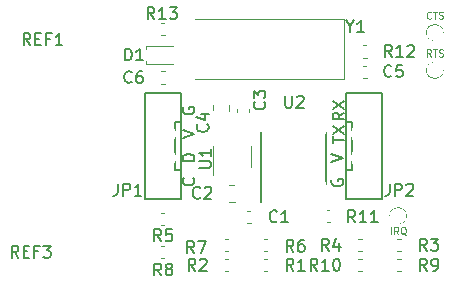
<source format=gto>
G04 #@! TF.GenerationSoftware,KiCad,Pcbnew,(5.1.2)-1*
G04 #@! TF.CreationDate,2019-10-13T00:02:13+09:00*
G04 #@! TF.ProjectId,IR,49522e6b-6963-4616-945f-706362585858,v1.1*
G04 #@! TF.SameCoordinates,Original*
G04 #@! TF.FileFunction,Legend,Top*
G04 #@! TF.FilePolarity,Positive*
%FSLAX46Y46*%
G04 Gerber Fmt 4.6, Leading zero omitted, Abs format (unit mm)*
G04 Created by KiCad (PCBNEW (5.1.2)-1) date 2019-10-13 00:02:13*
%MOMM*%
%LPD*%
G04 APERTURE LIST*
%ADD10C,0.150000*%
%ADD11C,0.120000*%
%ADD12C,0.100000*%
%ADD13C,3.600000*%
%ADD14O,2.200000X1.924000*%
%ADD15C,0.050000*%
%ADD16C,1.275000*%
%ADD17C,1.375000*%
%ADD18R,1.050000X1.460000*%
%ADD19R,4.900000X2.400000*%
%ADD20C,1.400000*%
%ADD21R,0.850000X1.900000*%
G04 APERTURE END LIST*
D10*
X186700000Y-109000000D02*
X186200000Y-109000000D01*
X186200000Y-109000000D02*
X186200000Y-113000000D01*
X186200000Y-113000000D02*
X186700000Y-113000000D01*
X186700000Y-111000000D02*
X186700000Y-115500000D01*
X186700000Y-115500000D02*
X183700000Y-115500000D01*
X183700000Y-115500000D02*
X183700000Y-106500000D01*
X183700000Y-106500000D02*
X186700000Y-106500000D01*
X186700000Y-106500000D02*
X186700000Y-111000000D01*
X200700000Y-113000000D02*
X201200000Y-113000000D01*
X201200000Y-113000000D02*
X201200000Y-109000000D01*
X201200000Y-109000000D02*
X200700000Y-109000000D01*
X200700000Y-111000000D02*
X200700000Y-106500000D01*
X200700000Y-106500000D02*
X203700000Y-106500000D01*
X203700000Y-106500000D02*
X203700000Y-115500000D01*
X203700000Y-115500000D02*
X200700000Y-115500000D01*
X200700000Y-115500000D02*
X200700000Y-111000000D01*
D11*
X192662779Y-117510000D02*
X192337221Y-117510000D01*
X192662779Y-116490000D02*
X192337221Y-116490000D01*
X190741422Y-115710000D02*
X191258578Y-115710000D01*
X190741422Y-114290000D02*
X191258578Y-114290000D01*
X192510000Y-108162779D02*
X192510000Y-107837221D01*
X191490000Y-108162779D02*
X191490000Y-107837221D01*
X189390000Y-108058578D02*
X189390000Y-107541422D01*
X190810000Y-108058578D02*
X190810000Y-107541422D01*
X202137221Y-105210000D02*
X202462779Y-105210000D01*
X202137221Y-104190000D02*
X202462779Y-104190000D01*
X185362779Y-105710000D02*
X185037221Y-105710000D01*
X185362779Y-104690000D02*
X185037221Y-104690000D01*
X186000000Y-102565000D02*
X183715000Y-102565000D01*
X183715000Y-102565000D02*
X183715000Y-104035000D01*
X183715000Y-104035000D02*
X186000000Y-104035000D01*
X194062779Y-120590000D02*
X193737221Y-120590000D01*
X194062779Y-121610000D02*
X193737221Y-121610000D01*
X190437221Y-121610000D02*
X190762779Y-121610000D01*
X190437221Y-120590000D02*
X190762779Y-120590000D01*
X205362779Y-119910000D02*
X205037221Y-119910000D01*
X205362779Y-118890000D02*
X205037221Y-118890000D01*
X201737221Y-118890000D02*
X202062779Y-118890000D01*
X201737221Y-119910000D02*
X202062779Y-119910000D01*
X185362779Y-117710000D02*
X185037221Y-117710000D01*
X185362779Y-116690000D02*
X185037221Y-116690000D01*
X194062779Y-118890000D02*
X193737221Y-118890000D01*
X194062779Y-119910000D02*
X193737221Y-119910000D01*
X190437221Y-119910000D02*
X190762779Y-119910000D01*
X190437221Y-118890000D02*
X190762779Y-118890000D01*
X185362779Y-119490000D02*
X185037221Y-119490000D01*
X185362779Y-120510000D02*
X185037221Y-120510000D01*
X205362779Y-121610000D02*
X205037221Y-121610000D01*
X205362779Y-120590000D02*
X205037221Y-120590000D01*
X201737221Y-120590000D02*
X202062779Y-120590000D01*
X201737221Y-121610000D02*
X202062779Y-121610000D01*
X199362779Y-117410000D02*
X199037221Y-117410000D01*
X199362779Y-116390000D02*
X199037221Y-116390000D01*
X202462779Y-102490000D02*
X202137221Y-102490000D01*
X202462779Y-103510000D02*
X202137221Y-103510000D01*
X185037221Y-100590000D02*
X185362779Y-100590000D01*
X185037221Y-101610000D02*
X185362779Y-101610000D01*
X192610000Y-112800000D02*
X192610000Y-111000000D01*
X189390000Y-111000000D02*
X189390000Y-113450000D01*
X187900000Y-105350000D02*
X200500000Y-105350000D01*
X200500000Y-105350000D02*
X200500000Y-100250000D01*
X200500000Y-100250000D02*
X187900000Y-100250000D01*
X205800000Y-116900000D02*
G75*
G03X205800000Y-116900000I-700000J0D01*
G01*
X208900000Y-101400000D02*
G75*
G03X208900000Y-101400000I-700000J0D01*
G01*
X208900000Y-104600000D02*
G75*
G03X208900000Y-104600000I-700000J0D01*
G01*
D10*
X199025000Y-114200000D02*
X199025000Y-109800000D01*
X193500000Y-115775000D02*
X193500000Y-109800000D01*
X172952380Y-120452380D02*
X172619047Y-119976190D01*
X172380952Y-120452380D02*
X172380952Y-119452380D01*
X172761904Y-119452380D01*
X172857142Y-119500000D01*
X172904761Y-119547619D01*
X172952380Y-119642857D01*
X172952380Y-119785714D01*
X172904761Y-119880952D01*
X172857142Y-119928571D01*
X172761904Y-119976190D01*
X172380952Y-119976190D01*
X173380952Y-119928571D02*
X173714285Y-119928571D01*
X173857142Y-120452380D02*
X173380952Y-120452380D01*
X173380952Y-119452380D01*
X173857142Y-119452380D01*
X174619047Y-119928571D02*
X174285714Y-119928571D01*
X174285714Y-120452380D02*
X174285714Y-119452380D01*
X174761904Y-119452380D01*
X175047619Y-119452380D02*
X175666666Y-119452380D01*
X175333333Y-119833333D01*
X175476190Y-119833333D01*
X175571428Y-119880952D01*
X175619047Y-119928571D01*
X175666666Y-120023809D01*
X175666666Y-120261904D01*
X175619047Y-120357142D01*
X175571428Y-120404761D01*
X175476190Y-120452380D01*
X175190476Y-120452380D01*
X175095238Y-120404761D01*
X175047619Y-120357142D01*
X181366666Y-114202380D02*
X181366666Y-114916666D01*
X181319047Y-115059523D01*
X181223809Y-115154761D01*
X181080952Y-115202380D01*
X180985714Y-115202380D01*
X181842857Y-115202380D02*
X181842857Y-114202380D01*
X182223809Y-114202380D01*
X182319047Y-114250000D01*
X182366666Y-114297619D01*
X182414285Y-114392857D01*
X182414285Y-114535714D01*
X182366666Y-114630952D01*
X182319047Y-114678571D01*
X182223809Y-114726190D01*
X181842857Y-114726190D01*
X183366666Y-115202380D02*
X182795238Y-115202380D01*
X183080952Y-115202380D02*
X183080952Y-114202380D01*
X182985714Y-114345238D01*
X182890476Y-114440476D01*
X182795238Y-114488095D01*
X187757142Y-113690476D02*
X187804761Y-113738095D01*
X187852380Y-113880952D01*
X187852380Y-113976190D01*
X187804761Y-114119047D01*
X187709523Y-114214285D01*
X187614285Y-114261904D01*
X187423809Y-114309523D01*
X187280952Y-114309523D01*
X187090476Y-114261904D01*
X186995238Y-114214285D01*
X186900000Y-114119047D01*
X186852380Y-113976190D01*
X186852380Y-113880952D01*
X186900000Y-113738095D01*
X186947619Y-113690476D01*
X187852380Y-112261904D02*
X186852380Y-112261904D01*
X186852380Y-112023809D01*
X186900000Y-111880952D01*
X186995238Y-111785714D01*
X187090476Y-111738095D01*
X187280952Y-111690476D01*
X187423809Y-111690476D01*
X187614285Y-111738095D01*
X187709523Y-111785714D01*
X187804761Y-111880952D01*
X187852380Y-112023809D01*
X187852380Y-112261904D01*
X186852380Y-110333333D02*
X187852380Y-110000000D01*
X186852380Y-109666666D01*
X186900000Y-107738095D02*
X186852380Y-107833333D01*
X186852380Y-107976190D01*
X186900000Y-108119047D01*
X186995238Y-108214285D01*
X187090476Y-108261904D01*
X187280952Y-108309523D01*
X187423809Y-108309523D01*
X187614285Y-108261904D01*
X187709523Y-108214285D01*
X187804761Y-108119047D01*
X187852380Y-107976190D01*
X187852380Y-107880952D01*
X187804761Y-107738095D01*
X187757142Y-107690476D01*
X187423809Y-107690476D01*
X187423809Y-107880952D01*
X204366666Y-114202380D02*
X204366666Y-114916666D01*
X204319047Y-115059523D01*
X204223809Y-115154761D01*
X204080952Y-115202380D01*
X203985714Y-115202380D01*
X204842857Y-115202380D02*
X204842857Y-114202380D01*
X205223809Y-114202380D01*
X205319047Y-114250000D01*
X205366666Y-114297619D01*
X205414285Y-114392857D01*
X205414285Y-114535714D01*
X205366666Y-114630952D01*
X205319047Y-114678571D01*
X205223809Y-114726190D01*
X204842857Y-114726190D01*
X205795238Y-114297619D02*
X205842857Y-114250000D01*
X205938095Y-114202380D01*
X206176190Y-114202380D01*
X206271428Y-114250000D01*
X206319047Y-114297619D01*
X206366666Y-114392857D01*
X206366666Y-114488095D01*
X206319047Y-114630952D01*
X205747619Y-115202380D01*
X206366666Y-115202380D01*
X200552380Y-108166666D02*
X200076190Y-108500000D01*
X200552380Y-108738095D02*
X199552380Y-108738095D01*
X199552380Y-108357142D01*
X199600000Y-108261904D01*
X199647619Y-108214285D01*
X199742857Y-108166666D01*
X199885714Y-108166666D01*
X199980952Y-108214285D01*
X200028571Y-108261904D01*
X200076190Y-108357142D01*
X200076190Y-108738095D01*
X199552380Y-107833333D02*
X200552380Y-107166666D01*
X199552380Y-107166666D02*
X200552380Y-107833333D01*
X199552380Y-110761904D02*
X199552380Y-110190476D01*
X200552380Y-110476190D02*
X199552380Y-110476190D01*
X199552380Y-109952380D02*
X200552380Y-109285714D01*
X199552380Y-109285714D02*
X200552380Y-109952380D01*
X199452380Y-112333333D02*
X200452380Y-112000000D01*
X199452380Y-111666666D01*
X199500000Y-113838095D02*
X199452380Y-113933333D01*
X199452380Y-114076190D01*
X199500000Y-114219047D01*
X199595238Y-114314285D01*
X199690476Y-114361904D01*
X199880952Y-114409523D01*
X200023809Y-114409523D01*
X200214285Y-114361904D01*
X200309523Y-114314285D01*
X200404761Y-114219047D01*
X200452380Y-114076190D01*
X200452380Y-113980952D01*
X200404761Y-113838095D01*
X200357142Y-113790476D01*
X200023809Y-113790476D01*
X200023809Y-113980952D01*
X194833333Y-117357142D02*
X194785714Y-117404761D01*
X194642857Y-117452380D01*
X194547619Y-117452380D01*
X194404761Y-117404761D01*
X194309523Y-117309523D01*
X194261904Y-117214285D01*
X194214285Y-117023809D01*
X194214285Y-116880952D01*
X194261904Y-116690476D01*
X194309523Y-116595238D01*
X194404761Y-116500000D01*
X194547619Y-116452380D01*
X194642857Y-116452380D01*
X194785714Y-116500000D01*
X194833333Y-116547619D01*
X195785714Y-117452380D02*
X195214285Y-117452380D01*
X195500000Y-117452380D02*
X195500000Y-116452380D01*
X195404761Y-116595238D01*
X195309523Y-116690476D01*
X195214285Y-116738095D01*
X188333333Y-115357142D02*
X188285714Y-115404761D01*
X188142857Y-115452380D01*
X188047619Y-115452380D01*
X187904761Y-115404761D01*
X187809523Y-115309523D01*
X187761904Y-115214285D01*
X187714285Y-115023809D01*
X187714285Y-114880952D01*
X187761904Y-114690476D01*
X187809523Y-114595238D01*
X187904761Y-114500000D01*
X188047619Y-114452380D01*
X188142857Y-114452380D01*
X188285714Y-114500000D01*
X188333333Y-114547619D01*
X188714285Y-114547619D02*
X188761904Y-114500000D01*
X188857142Y-114452380D01*
X189095238Y-114452380D01*
X189190476Y-114500000D01*
X189238095Y-114547619D01*
X189285714Y-114642857D01*
X189285714Y-114738095D01*
X189238095Y-114880952D01*
X188666666Y-115452380D01*
X189285714Y-115452380D01*
X193757142Y-107266666D02*
X193804761Y-107314285D01*
X193852380Y-107457142D01*
X193852380Y-107552380D01*
X193804761Y-107695238D01*
X193709523Y-107790476D01*
X193614285Y-107838095D01*
X193423809Y-107885714D01*
X193280952Y-107885714D01*
X193090476Y-107838095D01*
X192995238Y-107790476D01*
X192900000Y-107695238D01*
X192852380Y-107552380D01*
X192852380Y-107457142D01*
X192900000Y-107314285D01*
X192947619Y-107266666D01*
X192852380Y-106933333D02*
X192852380Y-106314285D01*
X193233333Y-106647619D01*
X193233333Y-106504761D01*
X193280952Y-106409523D01*
X193328571Y-106361904D01*
X193423809Y-106314285D01*
X193661904Y-106314285D01*
X193757142Y-106361904D01*
X193804761Y-106409523D01*
X193852380Y-106504761D01*
X193852380Y-106790476D01*
X193804761Y-106885714D01*
X193757142Y-106933333D01*
X188957142Y-109166666D02*
X189004761Y-109214285D01*
X189052380Y-109357142D01*
X189052380Y-109452380D01*
X189004761Y-109595238D01*
X188909523Y-109690476D01*
X188814285Y-109738095D01*
X188623809Y-109785714D01*
X188480952Y-109785714D01*
X188290476Y-109738095D01*
X188195238Y-109690476D01*
X188100000Y-109595238D01*
X188052380Y-109452380D01*
X188052380Y-109357142D01*
X188100000Y-109214285D01*
X188147619Y-109166666D01*
X188385714Y-108309523D02*
X189052380Y-108309523D01*
X188004761Y-108547619D02*
X188719047Y-108785714D01*
X188719047Y-108166666D01*
X204533333Y-105057142D02*
X204485714Y-105104761D01*
X204342857Y-105152380D01*
X204247619Y-105152380D01*
X204104761Y-105104761D01*
X204009523Y-105009523D01*
X203961904Y-104914285D01*
X203914285Y-104723809D01*
X203914285Y-104580952D01*
X203961904Y-104390476D01*
X204009523Y-104295238D01*
X204104761Y-104200000D01*
X204247619Y-104152380D01*
X204342857Y-104152380D01*
X204485714Y-104200000D01*
X204533333Y-104247619D01*
X205438095Y-104152380D02*
X204961904Y-104152380D01*
X204914285Y-104628571D01*
X204961904Y-104580952D01*
X205057142Y-104533333D01*
X205295238Y-104533333D01*
X205390476Y-104580952D01*
X205438095Y-104628571D01*
X205485714Y-104723809D01*
X205485714Y-104961904D01*
X205438095Y-105057142D01*
X205390476Y-105104761D01*
X205295238Y-105152380D01*
X205057142Y-105152380D01*
X204961904Y-105104761D01*
X204914285Y-105057142D01*
X182533333Y-105557142D02*
X182485714Y-105604761D01*
X182342857Y-105652380D01*
X182247619Y-105652380D01*
X182104761Y-105604761D01*
X182009523Y-105509523D01*
X181961904Y-105414285D01*
X181914285Y-105223809D01*
X181914285Y-105080952D01*
X181961904Y-104890476D01*
X182009523Y-104795238D01*
X182104761Y-104700000D01*
X182247619Y-104652380D01*
X182342857Y-104652380D01*
X182485714Y-104700000D01*
X182533333Y-104747619D01*
X183390476Y-104652380D02*
X183200000Y-104652380D01*
X183104761Y-104700000D01*
X183057142Y-104747619D01*
X182961904Y-104890476D01*
X182914285Y-105080952D01*
X182914285Y-105461904D01*
X182961904Y-105557142D01*
X183009523Y-105604761D01*
X183104761Y-105652380D01*
X183295238Y-105652380D01*
X183390476Y-105604761D01*
X183438095Y-105557142D01*
X183485714Y-105461904D01*
X183485714Y-105223809D01*
X183438095Y-105128571D01*
X183390476Y-105080952D01*
X183295238Y-105033333D01*
X183104761Y-105033333D01*
X183009523Y-105080952D01*
X182961904Y-105128571D01*
X182914285Y-105223809D01*
X181961904Y-103752380D02*
X181961904Y-102752380D01*
X182200000Y-102752380D01*
X182342857Y-102800000D01*
X182438095Y-102895238D01*
X182485714Y-102990476D01*
X182533333Y-103180952D01*
X182533333Y-103323809D01*
X182485714Y-103514285D01*
X182438095Y-103609523D01*
X182342857Y-103704761D01*
X182200000Y-103752380D01*
X181961904Y-103752380D01*
X183485714Y-103752380D02*
X182914285Y-103752380D01*
X183200000Y-103752380D02*
X183200000Y-102752380D01*
X183104761Y-102895238D01*
X183009523Y-102990476D01*
X182914285Y-103038095D01*
X196233333Y-121552380D02*
X195900000Y-121076190D01*
X195661904Y-121552380D02*
X195661904Y-120552380D01*
X196042857Y-120552380D01*
X196138095Y-120600000D01*
X196185714Y-120647619D01*
X196233333Y-120742857D01*
X196233333Y-120885714D01*
X196185714Y-120980952D01*
X196138095Y-121028571D01*
X196042857Y-121076190D01*
X195661904Y-121076190D01*
X197185714Y-121552380D02*
X196614285Y-121552380D01*
X196900000Y-121552380D02*
X196900000Y-120552380D01*
X196804761Y-120695238D01*
X196709523Y-120790476D01*
X196614285Y-120838095D01*
X187933333Y-121552380D02*
X187600000Y-121076190D01*
X187361904Y-121552380D02*
X187361904Y-120552380D01*
X187742857Y-120552380D01*
X187838095Y-120600000D01*
X187885714Y-120647619D01*
X187933333Y-120742857D01*
X187933333Y-120885714D01*
X187885714Y-120980952D01*
X187838095Y-121028571D01*
X187742857Y-121076190D01*
X187361904Y-121076190D01*
X188314285Y-120647619D02*
X188361904Y-120600000D01*
X188457142Y-120552380D01*
X188695238Y-120552380D01*
X188790476Y-120600000D01*
X188838095Y-120647619D01*
X188885714Y-120742857D01*
X188885714Y-120838095D01*
X188838095Y-120980952D01*
X188266666Y-121552380D01*
X188885714Y-121552380D01*
X207533333Y-119852380D02*
X207200000Y-119376190D01*
X206961904Y-119852380D02*
X206961904Y-118852380D01*
X207342857Y-118852380D01*
X207438095Y-118900000D01*
X207485714Y-118947619D01*
X207533333Y-119042857D01*
X207533333Y-119185714D01*
X207485714Y-119280952D01*
X207438095Y-119328571D01*
X207342857Y-119376190D01*
X206961904Y-119376190D01*
X207866666Y-118852380D02*
X208485714Y-118852380D01*
X208152380Y-119233333D01*
X208295238Y-119233333D01*
X208390476Y-119280952D01*
X208438095Y-119328571D01*
X208485714Y-119423809D01*
X208485714Y-119661904D01*
X208438095Y-119757142D01*
X208390476Y-119804761D01*
X208295238Y-119852380D01*
X208009523Y-119852380D01*
X207914285Y-119804761D01*
X207866666Y-119757142D01*
X199233333Y-119852380D02*
X198900000Y-119376190D01*
X198661904Y-119852380D02*
X198661904Y-118852380D01*
X199042857Y-118852380D01*
X199138095Y-118900000D01*
X199185714Y-118947619D01*
X199233333Y-119042857D01*
X199233333Y-119185714D01*
X199185714Y-119280952D01*
X199138095Y-119328571D01*
X199042857Y-119376190D01*
X198661904Y-119376190D01*
X200090476Y-119185714D02*
X200090476Y-119852380D01*
X199852380Y-118804761D02*
X199614285Y-119519047D01*
X200233333Y-119519047D01*
X185033333Y-119052380D02*
X184700000Y-118576190D01*
X184461904Y-119052380D02*
X184461904Y-118052380D01*
X184842857Y-118052380D01*
X184938095Y-118100000D01*
X184985714Y-118147619D01*
X185033333Y-118242857D01*
X185033333Y-118385714D01*
X184985714Y-118480952D01*
X184938095Y-118528571D01*
X184842857Y-118576190D01*
X184461904Y-118576190D01*
X185938095Y-118052380D02*
X185461904Y-118052380D01*
X185414285Y-118528571D01*
X185461904Y-118480952D01*
X185557142Y-118433333D01*
X185795238Y-118433333D01*
X185890476Y-118480952D01*
X185938095Y-118528571D01*
X185985714Y-118623809D01*
X185985714Y-118861904D01*
X185938095Y-118957142D01*
X185890476Y-119004761D01*
X185795238Y-119052380D01*
X185557142Y-119052380D01*
X185461904Y-119004761D01*
X185414285Y-118957142D01*
X196233333Y-119952380D02*
X195900000Y-119476190D01*
X195661904Y-119952380D02*
X195661904Y-118952380D01*
X196042857Y-118952380D01*
X196138095Y-119000000D01*
X196185714Y-119047619D01*
X196233333Y-119142857D01*
X196233333Y-119285714D01*
X196185714Y-119380952D01*
X196138095Y-119428571D01*
X196042857Y-119476190D01*
X195661904Y-119476190D01*
X197090476Y-118952380D02*
X196900000Y-118952380D01*
X196804761Y-119000000D01*
X196757142Y-119047619D01*
X196661904Y-119190476D01*
X196614285Y-119380952D01*
X196614285Y-119761904D01*
X196661904Y-119857142D01*
X196709523Y-119904761D01*
X196804761Y-119952380D01*
X196995238Y-119952380D01*
X197090476Y-119904761D01*
X197138095Y-119857142D01*
X197185714Y-119761904D01*
X197185714Y-119523809D01*
X197138095Y-119428571D01*
X197090476Y-119380952D01*
X196995238Y-119333333D01*
X196804761Y-119333333D01*
X196709523Y-119380952D01*
X196661904Y-119428571D01*
X196614285Y-119523809D01*
X187833333Y-120052380D02*
X187500000Y-119576190D01*
X187261904Y-120052380D02*
X187261904Y-119052380D01*
X187642857Y-119052380D01*
X187738095Y-119100000D01*
X187785714Y-119147619D01*
X187833333Y-119242857D01*
X187833333Y-119385714D01*
X187785714Y-119480952D01*
X187738095Y-119528571D01*
X187642857Y-119576190D01*
X187261904Y-119576190D01*
X188166666Y-119052380D02*
X188833333Y-119052380D01*
X188404761Y-120052380D01*
X185033333Y-121952380D02*
X184700000Y-121476190D01*
X184461904Y-121952380D02*
X184461904Y-120952380D01*
X184842857Y-120952380D01*
X184938095Y-121000000D01*
X184985714Y-121047619D01*
X185033333Y-121142857D01*
X185033333Y-121285714D01*
X184985714Y-121380952D01*
X184938095Y-121428571D01*
X184842857Y-121476190D01*
X184461904Y-121476190D01*
X185604761Y-121380952D02*
X185509523Y-121333333D01*
X185461904Y-121285714D01*
X185414285Y-121190476D01*
X185414285Y-121142857D01*
X185461904Y-121047619D01*
X185509523Y-121000000D01*
X185604761Y-120952380D01*
X185795238Y-120952380D01*
X185890476Y-121000000D01*
X185938095Y-121047619D01*
X185985714Y-121142857D01*
X185985714Y-121190476D01*
X185938095Y-121285714D01*
X185890476Y-121333333D01*
X185795238Y-121380952D01*
X185604761Y-121380952D01*
X185509523Y-121428571D01*
X185461904Y-121476190D01*
X185414285Y-121571428D01*
X185414285Y-121761904D01*
X185461904Y-121857142D01*
X185509523Y-121904761D01*
X185604761Y-121952380D01*
X185795238Y-121952380D01*
X185890476Y-121904761D01*
X185938095Y-121857142D01*
X185985714Y-121761904D01*
X185985714Y-121571428D01*
X185938095Y-121476190D01*
X185890476Y-121428571D01*
X185795238Y-121380952D01*
X207533333Y-121552380D02*
X207200000Y-121076190D01*
X206961904Y-121552380D02*
X206961904Y-120552380D01*
X207342857Y-120552380D01*
X207438095Y-120600000D01*
X207485714Y-120647619D01*
X207533333Y-120742857D01*
X207533333Y-120885714D01*
X207485714Y-120980952D01*
X207438095Y-121028571D01*
X207342857Y-121076190D01*
X206961904Y-121076190D01*
X208009523Y-121552380D02*
X208200000Y-121552380D01*
X208295238Y-121504761D01*
X208342857Y-121457142D01*
X208438095Y-121314285D01*
X208485714Y-121123809D01*
X208485714Y-120742857D01*
X208438095Y-120647619D01*
X208390476Y-120600000D01*
X208295238Y-120552380D01*
X208104761Y-120552380D01*
X208009523Y-120600000D01*
X207961904Y-120647619D01*
X207914285Y-120742857D01*
X207914285Y-120980952D01*
X207961904Y-121076190D01*
X208009523Y-121123809D01*
X208104761Y-121171428D01*
X208295238Y-121171428D01*
X208390476Y-121123809D01*
X208438095Y-121076190D01*
X208485714Y-120980952D01*
X198257142Y-121552380D02*
X197923809Y-121076190D01*
X197685714Y-121552380D02*
X197685714Y-120552380D01*
X198066666Y-120552380D01*
X198161904Y-120600000D01*
X198209523Y-120647619D01*
X198257142Y-120742857D01*
X198257142Y-120885714D01*
X198209523Y-120980952D01*
X198161904Y-121028571D01*
X198066666Y-121076190D01*
X197685714Y-121076190D01*
X199209523Y-121552380D02*
X198638095Y-121552380D01*
X198923809Y-121552380D02*
X198923809Y-120552380D01*
X198828571Y-120695238D01*
X198733333Y-120790476D01*
X198638095Y-120838095D01*
X199828571Y-120552380D02*
X199923809Y-120552380D01*
X200019047Y-120600000D01*
X200066666Y-120647619D01*
X200114285Y-120742857D01*
X200161904Y-120933333D01*
X200161904Y-121171428D01*
X200114285Y-121361904D01*
X200066666Y-121457142D01*
X200019047Y-121504761D01*
X199923809Y-121552380D01*
X199828571Y-121552380D01*
X199733333Y-121504761D01*
X199685714Y-121457142D01*
X199638095Y-121361904D01*
X199590476Y-121171428D01*
X199590476Y-120933333D01*
X199638095Y-120742857D01*
X199685714Y-120647619D01*
X199733333Y-120600000D01*
X199828571Y-120552380D01*
X201457142Y-117452380D02*
X201123809Y-116976190D01*
X200885714Y-117452380D02*
X200885714Y-116452380D01*
X201266666Y-116452380D01*
X201361904Y-116500000D01*
X201409523Y-116547619D01*
X201457142Y-116642857D01*
X201457142Y-116785714D01*
X201409523Y-116880952D01*
X201361904Y-116928571D01*
X201266666Y-116976190D01*
X200885714Y-116976190D01*
X202409523Y-117452380D02*
X201838095Y-117452380D01*
X202123809Y-117452380D02*
X202123809Y-116452380D01*
X202028571Y-116595238D01*
X201933333Y-116690476D01*
X201838095Y-116738095D01*
X203361904Y-117452380D02*
X202790476Y-117452380D01*
X203076190Y-117452380D02*
X203076190Y-116452380D01*
X202980952Y-116595238D01*
X202885714Y-116690476D01*
X202790476Y-116738095D01*
X204557142Y-103452380D02*
X204223809Y-102976190D01*
X203985714Y-103452380D02*
X203985714Y-102452380D01*
X204366666Y-102452380D01*
X204461904Y-102500000D01*
X204509523Y-102547619D01*
X204557142Y-102642857D01*
X204557142Y-102785714D01*
X204509523Y-102880952D01*
X204461904Y-102928571D01*
X204366666Y-102976190D01*
X203985714Y-102976190D01*
X205509523Y-103452380D02*
X204938095Y-103452380D01*
X205223809Y-103452380D02*
X205223809Y-102452380D01*
X205128571Y-102595238D01*
X205033333Y-102690476D01*
X204938095Y-102738095D01*
X205890476Y-102547619D02*
X205938095Y-102500000D01*
X206033333Y-102452380D01*
X206271428Y-102452380D01*
X206366666Y-102500000D01*
X206414285Y-102547619D01*
X206461904Y-102642857D01*
X206461904Y-102738095D01*
X206414285Y-102880952D01*
X205842857Y-103452380D01*
X206461904Y-103452380D01*
X184457142Y-100252380D02*
X184123809Y-99776190D01*
X183885714Y-100252380D02*
X183885714Y-99252380D01*
X184266666Y-99252380D01*
X184361904Y-99300000D01*
X184409523Y-99347619D01*
X184457142Y-99442857D01*
X184457142Y-99585714D01*
X184409523Y-99680952D01*
X184361904Y-99728571D01*
X184266666Y-99776190D01*
X183885714Y-99776190D01*
X185409523Y-100252380D02*
X184838095Y-100252380D01*
X185123809Y-100252380D02*
X185123809Y-99252380D01*
X185028571Y-99395238D01*
X184933333Y-99490476D01*
X184838095Y-99538095D01*
X185742857Y-99252380D02*
X186361904Y-99252380D01*
X186028571Y-99633333D01*
X186171428Y-99633333D01*
X186266666Y-99680952D01*
X186314285Y-99728571D01*
X186361904Y-99823809D01*
X186361904Y-100061904D01*
X186314285Y-100157142D01*
X186266666Y-100204761D01*
X186171428Y-100252380D01*
X185885714Y-100252380D01*
X185790476Y-100204761D01*
X185742857Y-100157142D01*
X188252380Y-112861904D02*
X189061904Y-112861904D01*
X189157142Y-112814285D01*
X189204761Y-112766666D01*
X189252380Y-112671428D01*
X189252380Y-112480952D01*
X189204761Y-112385714D01*
X189157142Y-112338095D01*
X189061904Y-112290476D01*
X188252380Y-112290476D01*
X189252380Y-111290476D02*
X189252380Y-111861904D01*
X189252380Y-111576190D02*
X188252380Y-111576190D01*
X188395238Y-111671428D01*
X188490476Y-111766666D01*
X188538095Y-111861904D01*
X201023809Y-100876190D02*
X201023809Y-101352380D01*
X200690476Y-100352380D02*
X201023809Y-100876190D01*
X201357142Y-100352380D01*
X202214285Y-101352380D02*
X201642857Y-101352380D01*
X201928571Y-101352380D02*
X201928571Y-100352380D01*
X201833333Y-100495238D01*
X201738095Y-100590476D01*
X201642857Y-100638095D01*
D12*
X204485714Y-118471428D02*
X204485714Y-117871428D01*
X205114285Y-118471428D02*
X204914285Y-118185714D01*
X204771428Y-118471428D02*
X204771428Y-117871428D01*
X205000000Y-117871428D01*
X205057142Y-117900000D01*
X205085714Y-117928571D01*
X205114285Y-117985714D01*
X205114285Y-118071428D01*
X205085714Y-118128571D01*
X205057142Y-118157142D01*
X205000000Y-118185714D01*
X204771428Y-118185714D01*
X205771428Y-118528571D02*
X205714285Y-118500000D01*
X205657142Y-118442857D01*
X205571428Y-118357142D01*
X205514285Y-118328571D01*
X205457142Y-118328571D01*
X205485714Y-118471428D02*
X205428571Y-118442857D01*
X205371428Y-118385714D01*
X205342857Y-118271428D01*
X205342857Y-118071428D01*
X205371428Y-117957142D01*
X205428571Y-117900000D01*
X205485714Y-117871428D01*
X205600000Y-117871428D01*
X205657142Y-117900000D01*
X205714285Y-117957142D01*
X205742857Y-118071428D01*
X205742857Y-118271428D01*
X205714285Y-118385714D01*
X205657142Y-118442857D01*
X205600000Y-118471428D01*
X205485714Y-118471428D01*
X207871428Y-100166285D02*
X207842857Y-100194857D01*
X207757142Y-100223428D01*
X207700000Y-100223428D01*
X207614285Y-100194857D01*
X207557142Y-100137714D01*
X207528571Y-100080571D01*
X207500000Y-99966285D01*
X207500000Y-99880571D01*
X207528571Y-99766285D01*
X207557142Y-99709142D01*
X207614285Y-99652000D01*
X207700000Y-99623428D01*
X207757142Y-99623428D01*
X207842857Y-99652000D01*
X207871428Y-99680571D01*
X208042857Y-99623428D02*
X208385714Y-99623428D01*
X208214285Y-100223428D02*
X208214285Y-99623428D01*
X208557142Y-100194857D02*
X208642857Y-100223428D01*
X208785714Y-100223428D01*
X208842857Y-100194857D01*
X208871428Y-100166285D01*
X208900000Y-100109142D01*
X208900000Y-100052000D01*
X208871428Y-99994857D01*
X208842857Y-99966285D01*
X208785714Y-99937714D01*
X208671428Y-99909142D01*
X208614285Y-99880571D01*
X208585714Y-99852000D01*
X208557142Y-99794857D01*
X208557142Y-99737714D01*
X208585714Y-99680571D01*
X208614285Y-99652000D01*
X208671428Y-99623428D01*
X208814285Y-99623428D01*
X208900000Y-99652000D01*
X207871428Y-103423428D02*
X207671428Y-103137714D01*
X207528571Y-103423428D02*
X207528571Y-102823428D01*
X207757142Y-102823428D01*
X207814285Y-102852000D01*
X207842857Y-102880571D01*
X207871428Y-102937714D01*
X207871428Y-103023428D01*
X207842857Y-103080571D01*
X207814285Y-103109142D01*
X207757142Y-103137714D01*
X207528571Y-103137714D01*
X208042857Y-102823428D02*
X208385714Y-102823428D01*
X208214285Y-103423428D02*
X208214285Y-102823428D01*
X208557142Y-103394857D02*
X208642857Y-103423428D01*
X208785714Y-103423428D01*
X208842857Y-103394857D01*
X208871428Y-103366285D01*
X208900000Y-103309142D01*
X208900000Y-103252000D01*
X208871428Y-103194857D01*
X208842857Y-103166285D01*
X208785714Y-103137714D01*
X208671428Y-103109142D01*
X208614285Y-103080571D01*
X208585714Y-103052000D01*
X208557142Y-102994857D01*
X208557142Y-102937714D01*
X208585714Y-102880571D01*
X208614285Y-102852000D01*
X208671428Y-102823428D01*
X208814285Y-102823428D01*
X208900000Y-102852000D01*
D10*
X195538095Y-106752380D02*
X195538095Y-107561904D01*
X195585714Y-107657142D01*
X195633333Y-107704761D01*
X195728571Y-107752380D01*
X195919047Y-107752380D01*
X196014285Y-107704761D01*
X196061904Y-107657142D01*
X196109523Y-107561904D01*
X196109523Y-106752380D01*
X196538095Y-106847619D02*
X196585714Y-106800000D01*
X196680952Y-106752380D01*
X196919047Y-106752380D01*
X197014285Y-106800000D01*
X197061904Y-106847619D01*
X197109523Y-106942857D01*
X197109523Y-107038095D01*
X197061904Y-107180952D01*
X196490476Y-107752380D01*
X197109523Y-107752380D01*
X173952380Y-102452380D02*
X173619047Y-101976190D01*
X173380952Y-102452380D02*
X173380952Y-101452380D01*
X173761904Y-101452380D01*
X173857142Y-101500000D01*
X173904761Y-101547619D01*
X173952380Y-101642857D01*
X173952380Y-101785714D01*
X173904761Y-101880952D01*
X173857142Y-101928571D01*
X173761904Y-101976190D01*
X173380952Y-101976190D01*
X174380952Y-101928571D02*
X174714285Y-101928571D01*
X174857142Y-102452380D02*
X174380952Y-102452380D01*
X174380952Y-101452380D01*
X174857142Y-101452380D01*
X175619047Y-101928571D02*
X175285714Y-101928571D01*
X175285714Y-102452380D02*
X175285714Y-101452380D01*
X175761904Y-101452380D01*
X176666666Y-102452380D02*
X176095238Y-102452380D01*
X176380952Y-102452380D02*
X176380952Y-101452380D01*
X176285714Y-101595238D01*
X176190476Y-101690476D01*
X176095238Y-101738095D01*
%LPC*%
D13*
X180000000Y-120000000D03*
D14*
X185200000Y-114000000D03*
X185200000Y-112000000D03*
X185200000Y-110000000D03*
X185200000Y-108000000D03*
X202200000Y-108000000D03*
X202200000Y-110000000D03*
X202200000Y-112000000D03*
X202200000Y-114000000D03*
D15*
G36*
X193637493Y-116326535D02*
G01*
X193668435Y-116331125D01*
X193698778Y-116338725D01*
X193728230Y-116349263D01*
X193756508Y-116362638D01*
X193783338Y-116378719D01*
X193808463Y-116397353D01*
X193831640Y-116418360D01*
X193852647Y-116441537D01*
X193871281Y-116466662D01*
X193887362Y-116493492D01*
X193900737Y-116521770D01*
X193911275Y-116551222D01*
X193918875Y-116581565D01*
X193923465Y-116612507D01*
X193925000Y-116643750D01*
X193925000Y-117356250D01*
X193923465Y-117387493D01*
X193918875Y-117418435D01*
X193911275Y-117448778D01*
X193900737Y-117478230D01*
X193887362Y-117506508D01*
X193871281Y-117533338D01*
X193852647Y-117558463D01*
X193831640Y-117581640D01*
X193808463Y-117602647D01*
X193783338Y-117621281D01*
X193756508Y-117637362D01*
X193728230Y-117650737D01*
X193698778Y-117661275D01*
X193668435Y-117668875D01*
X193637493Y-117673465D01*
X193606250Y-117675000D01*
X192968750Y-117675000D01*
X192937507Y-117673465D01*
X192906565Y-117668875D01*
X192876222Y-117661275D01*
X192846770Y-117650737D01*
X192818492Y-117637362D01*
X192791662Y-117621281D01*
X192766537Y-117602647D01*
X192743360Y-117581640D01*
X192722353Y-117558463D01*
X192703719Y-117533338D01*
X192687638Y-117506508D01*
X192674263Y-117478230D01*
X192663725Y-117448778D01*
X192656125Y-117418435D01*
X192651535Y-117387493D01*
X192650000Y-117356250D01*
X192650000Y-116643750D01*
X192651535Y-116612507D01*
X192656125Y-116581565D01*
X192663725Y-116551222D01*
X192674263Y-116521770D01*
X192687638Y-116493492D01*
X192703719Y-116466662D01*
X192722353Y-116441537D01*
X192743360Y-116418360D01*
X192766537Y-116397353D01*
X192791662Y-116378719D01*
X192818492Y-116362638D01*
X192846770Y-116349263D01*
X192876222Y-116338725D01*
X192906565Y-116331125D01*
X192937507Y-116326535D01*
X192968750Y-116325000D01*
X193606250Y-116325000D01*
X193637493Y-116326535D01*
X193637493Y-116326535D01*
G37*
D16*
X193287500Y-117000000D03*
D15*
G36*
X192062493Y-116326535D02*
G01*
X192093435Y-116331125D01*
X192123778Y-116338725D01*
X192153230Y-116349263D01*
X192181508Y-116362638D01*
X192208338Y-116378719D01*
X192233463Y-116397353D01*
X192256640Y-116418360D01*
X192277647Y-116441537D01*
X192296281Y-116466662D01*
X192312362Y-116493492D01*
X192325737Y-116521770D01*
X192336275Y-116551222D01*
X192343875Y-116581565D01*
X192348465Y-116612507D01*
X192350000Y-116643750D01*
X192350000Y-117356250D01*
X192348465Y-117387493D01*
X192343875Y-117418435D01*
X192336275Y-117448778D01*
X192325737Y-117478230D01*
X192312362Y-117506508D01*
X192296281Y-117533338D01*
X192277647Y-117558463D01*
X192256640Y-117581640D01*
X192233463Y-117602647D01*
X192208338Y-117621281D01*
X192181508Y-117637362D01*
X192153230Y-117650737D01*
X192123778Y-117661275D01*
X192093435Y-117668875D01*
X192062493Y-117673465D01*
X192031250Y-117675000D01*
X191393750Y-117675000D01*
X191362507Y-117673465D01*
X191331565Y-117668875D01*
X191301222Y-117661275D01*
X191271770Y-117650737D01*
X191243492Y-117637362D01*
X191216662Y-117621281D01*
X191191537Y-117602647D01*
X191168360Y-117581640D01*
X191147353Y-117558463D01*
X191128719Y-117533338D01*
X191112638Y-117506508D01*
X191099263Y-117478230D01*
X191088725Y-117448778D01*
X191081125Y-117418435D01*
X191076535Y-117387493D01*
X191075000Y-117356250D01*
X191075000Y-116643750D01*
X191076535Y-116612507D01*
X191081125Y-116581565D01*
X191088725Y-116551222D01*
X191099263Y-116521770D01*
X191112638Y-116493492D01*
X191128719Y-116466662D01*
X191147353Y-116441537D01*
X191168360Y-116418360D01*
X191191537Y-116397353D01*
X191216662Y-116378719D01*
X191243492Y-116362638D01*
X191271770Y-116349263D01*
X191301222Y-116338725D01*
X191331565Y-116331125D01*
X191362507Y-116326535D01*
X191393750Y-116325000D01*
X192031250Y-116325000D01*
X192062493Y-116326535D01*
X192062493Y-116326535D01*
G37*
D16*
X191712500Y-117000000D03*
D15*
G36*
X192314943Y-114101655D02*
G01*
X192348312Y-114106605D01*
X192381035Y-114114802D01*
X192412797Y-114126166D01*
X192443293Y-114140590D01*
X192472227Y-114157932D01*
X192499323Y-114178028D01*
X192524318Y-114200682D01*
X192546972Y-114225677D01*
X192567068Y-114252773D01*
X192584410Y-114281707D01*
X192598834Y-114312203D01*
X192610198Y-114343965D01*
X192618395Y-114376688D01*
X192623345Y-114410057D01*
X192625000Y-114443750D01*
X192625000Y-115556250D01*
X192623345Y-115589943D01*
X192618395Y-115623312D01*
X192610198Y-115656035D01*
X192598834Y-115687797D01*
X192584410Y-115718293D01*
X192567068Y-115747227D01*
X192546972Y-115774323D01*
X192524318Y-115799318D01*
X192499323Y-115821972D01*
X192472227Y-115842068D01*
X192443293Y-115859410D01*
X192412797Y-115873834D01*
X192381035Y-115885198D01*
X192348312Y-115893395D01*
X192314943Y-115898345D01*
X192281250Y-115900000D01*
X191593750Y-115900000D01*
X191560057Y-115898345D01*
X191526688Y-115893395D01*
X191493965Y-115885198D01*
X191462203Y-115873834D01*
X191431707Y-115859410D01*
X191402773Y-115842068D01*
X191375677Y-115821972D01*
X191350682Y-115799318D01*
X191328028Y-115774323D01*
X191307932Y-115747227D01*
X191290590Y-115718293D01*
X191276166Y-115687797D01*
X191264802Y-115656035D01*
X191256605Y-115623312D01*
X191251655Y-115589943D01*
X191250000Y-115556250D01*
X191250000Y-114443750D01*
X191251655Y-114410057D01*
X191256605Y-114376688D01*
X191264802Y-114343965D01*
X191276166Y-114312203D01*
X191290590Y-114281707D01*
X191307932Y-114252773D01*
X191328028Y-114225677D01*
X191350682Y-114200682D01*
X191375677Y-114178028D01*
X191402773Y-114157932D01*
X191431707Y-114140590D01*
X191462203Y-114126166D01*
X191493965Y-114114802D01*
X191526688Y-114106605D01*
X191560057Y-114101655D01*
X191593750Y-114100000D01*
X192281250Y-114100000D01*
X192314943Y-114101655D01*
X192314943Y-114101655D01*
G37*
D17*
X191937500Y-115000000D03*
D15*
G36*
X190439943Y-114101655D02*
G01*
X190473312Y-114106605D01*
X190506035Y-114114802D01*
X190537797Y-114126166D01*
X190568293Y-114140590D01*
X190597227Y-114157932D01*
X190624323Y-114178028D01*
X190649318Y-114200682D01*
X190671972Y-114225677D01*
X190692068Y-114252773D01*
X190709410Y-114281707D01*
X190723834Y-114312203D01*
X190735198Y-114343965D01*
X190743395Y-114376688D01*
X190748345Y-114410057D01*
X190750000Y-114443750D01*
X190750000Y-115556250D01*
X190748345Y-115589943D01*
X190743395Y-115623312D01*
X190735198Y-115656035D01*
X190723834Y-115687797D01*
X190709410Y-115718293D01*
X190692068Y-115747227D01*
X190671972Y-115774323D01*
X190649318Y-115799318D01*
X190624323Y-115821972D01*
X190597227Y-115842068D01*
X190568293Y-115859410D01*
X190537797Y-115873834D01*
X190506035Y-115885198D01*
X190473312Y-115893395D01*
X190439943Y-115898345D01*
X190406250Y-115900000D01*
X189718750Y-115900000D01*
X189685057Y-115898345D01*
X189651688Y-115893395D01*
X189618965Y-115885198D01*
X189587203Y-115873834D01*
X189556707Y-115859410D01*
X189527773Y-115842068D01*
X189500677Y-115821972D01*
X189475682Y-115799318D01*
X189453028Y-115774323D01*
X189432932Y-115747227D01*
X189415590Y-115718293D01*
X189401166Y-115687797D01*
X189389802Y-115656035D01*
X189381605Y-115623312D01*
X189376655Y-115589943D01*
X189375000Y-115556250D01*
X189375000Y-114443750D01*
X189376655Y-114410057D01*
X189381605Y-114376688D01*
X189389802Y-114343965D01*
X189401166Y-114312203D01*
X189415590Y-114281707D01*
X189432932Y-114252773D01*
X189453028Y-114225677D01*
X189475682Y-114200682D01*
X189500677Y-114178028D01*
X189527773Y-114157932D01*
X189556707Y-114140590D01*
X189587203Y-114126166D01*
X189618965Y-114114802D01*
X189651688Y-114106605D01*
X189685057Y-114101655D01*
X189718750Y-114100000D01*
X190406250Y-114100000D01*
X190439943Y-114101655D01*
X190439943Y-114101655D01*
G37*
D17*
X190062500Y-115000000D03*
D15*
G36*
X192387493Y-106576535D02*
G01*
X192418435Y-106581125D01*
X192448778Y-106588725D01*
X192478230Y-106599263D01*
X192506508Y-106612638D01*
X192533338Y-106628719D01*
X192558463Y-106647353D01*
X192581640Y-106668360D01*
X192602647Y-106691537D01*
X192621281Y-106716662D01*
X192637362Y-106743492D01*
X192650737Y-106771770D01*
X192661275Y-106801222D01*
X192668875Y-106831565D01*
X192673465Y-106862507D01*
X192675000Y-106893750D01*
X192675000Y-107531250D01*
X192673465Y-107562493D01*
X192668875Y-107593435D01*
X192661275Y-107623778D01*
X192650737Y-107653230D01*
X192637362Y-107681508D01*
X192621281Y-107708338D01*
X192602647Y-107733463D01*
X192581640Y-107756640D01*
X192558463Y-107777647D01*
X192533338Y-107796281D01*
X192506508Y-107812362D01*
X192478230Y-107825737D01*
X192448778Y-107836275D01*
X192418435Y-107843875D01*
X192387493Y-107848465D01*
X192356250Y-107850000D01*
X191643750Y-107850000D01*
X191612507Y-107848465D01*
X191581565Y-107843875D01*
X191551222Y-107836275D01*
X191521770Y-107825737D01*
X191493492Y-107812362D01*
X191466662Y-107796281D01*
X191441537Y-107777647D01*
X191418360Y-107756640D01*
X191397353Y-107733463D01*
X191378719Y-107708338D01*
X191362638Y-107681508D01*
X191349263Y-107653230D01*
X191338725Y-107623778D01*
X191331125Y-107593435D01*
X191326535Y-107562493D01*
X191325000Y-107531250D01*
X191325000Y-106893750D01*
X191326535Y-106862507D01*
X191331125Y-106831565D01*
X191338725Y-106801222D01*
X191349263Y-106771770D01*
X191362638Y-106743492D01*
X191378719Y-106716662D01*
X191397353Y-106691537D01*
X191418360Y-106668360D01*
X191441537Y-106647353D01*
X191466662Y-106628719D01*
X191493492Y-106612638D01*
X191521770Y-106599263D01*
X191551222Y-106588725D01*
X191581565Y-106581125D01*
X191612507Y-106576535D01*
X191643750Y-106575000D01*
X192356250Y-106575000D01*
X192387493Y-106576535D01*
X192387493Y-106576535D01*
G37*
D16*
X192000000Y-107212500D03*
D15*
G36*
X192387493Y-108151535D02*
G01*
X192418435Y-108156125D01*
X192448778Y-108163725D01*
X192478230Y-108174263D01*
X192506508Y-108187638D01*
X192533338Y-108203719D01*
X192558463Y-108222353D01*
X192581640Y-108243360D01*
X192602647Y-108266537D01*
X192621281Y-108291662D01*
X192637362Y-108318492D01*
X192650737Y-108346770D01*
X192661275Y-108376222D01*
X192668875Y-108406565D01*
X192673465Y-108437507D01*
X192675000Y-108468750D01*
X192675000Y-109106250D01*
X192673465Y-109137493D01*
X192668875Y-109168435D01*
X192661275Y-109198778D01*
X192650737Y-109228230D01*
X192637362Y-109256508D01*
X192621281Y-109283338D01*
X192602647Y-109308463D01*
X192581640Y-109331640D01*
X192558463Y-109352647D01*
X192533338Y-109371281D01*
X192506508Y-109387362D01*
X192478230Y-109400737D01*
X192448778Y-109411275D01*
X192418435Y-109418875D01*
X192387493Y-109423465D01*
X192356250Y-109425000D01*
X191643750Y-109425000D01*
X191612507Y-109423465D01*
X191581565Y-109418875D01*
X191551222Y-109411275D01*
X191521770Y-109400737D01*
X191493492Y-109387362D01*
X191466662Y-109371281D01*
X191441537Y-109352647D01*
X191418360Y-109331640D01*
X191397353Y-109308463D01*
X191378719Y-109283338D01*
X191362638Y-109256508D01*
X191349263Y-109228230D01*
X191338725Y-109198778D01*
X191331125Y-109168435D01*
X191326535Y-109137493D01*
X191325000Y-109106250D01*
X191325000Y-108468750D01*
X191326535Y-108437507D01*
X191331125Y-108406565D01*
X191338725Y-108376222D01*
X191349263Y-108346770D01*
X191362638Y-108318492D01*
X191378719Y-108291662D01*
X191397353Y-108266537D01*
X191418360Y-108243360D01*
X191441537Y-108222353D01*
X191466662Y-108203719D01*
X191493492Y-108187638D01*
X191521770Y-108174263D01*
X191551222Y-108163725D01*
X191581565Y-108156125D01*
X191612507Y-108151535D01*
X191643750Y-108150000D01*
X192356250Y-108150000D01*
X192387493Y-108151535D01*
X192387493Y-108151535D01*
G37*
D16*
X192000000Y-108787500D03*
D15*
G36*
X190689943Y-108051655D02*
G01*
X190723312Y-108056605D01*
X190756035Y-108064802D01*
X190787797Y-108076166D01*
X190818293Y-108090590D01*
X190847227Y-108107932D01*
X190874323Y-108128028D01*
X190899318Y-108150682D01*
X190921972Y-108175677D01*
X190942068Y-108202773D01*
X190959410Y-108231707D01*
X190973834Y-108262203D01*
X190985198Y-108293965D01*
X190993395Y-108326688D01*
X190998345Y-108360057D01*
X191000000Y-108393750D01*
X191000000Y-109081250D01*
X190998345Y-109114943D01*
X190993395Y-109148312D01*
X190985198Y-109181035D01*
X190973834Y-109212797D01*
X190959410Y-109243293D01*
X190942068Y-109272227D01*
X190921972Y-109299323D01*
X190899318Y-109324318D01*
X190874323Y-109346972D01*
X190847227Y-109367068D01*
X190818293Y-109384410D01*
X190787797Y-109398834D01*
X190756035Y-109410198D01*
X190723312Y-109418395D01*
X190689943Y-109423345D01*
X190656250Y-109425000D01*
X189543750Y-109425000D01*
X189510057Y-109423345D01*
X189476688Y-109418395D01*
X189443965Y-109410198D01*
X189412203Y-109398834D01*
X189381707Y-109384410D01*
X189352773Y-109367068D01*
X189325677Y-109346972D01*
X189300682Y-109324318D01*
X189278028Y-109299323D01*
X189257932Y-109272227D01*
X189240590Y-109243293D01*
X189226166Y-109212797D01*
X189214802Y-109181035D01*
X189206605Y-109148312D01*
X189201655Y-109114943D01*
X189200000Y-109081250D01*
X189200000Y-108393750D01*
X189201655Y-108360057D01*
X189206605Y-108326688D01*
X189214802Y-108293965D01*
X189226166Y-108262203D01*
X189240590Y-108231707D01*
X189257932Y-108202773D01*
X189278028Y-108175677D01*
X189300682Y-108150682D01*
X189325677Y-108128028D01*
X189352773Y-108107932D01*
X189381707Y-108090590D01*
X189412203Y-108076166D01*
X189443965Y-108064802D01*
X189476688Y-108056605D01*
X189510057Y-108051655D01*
X189543750Y-108050000D01*
X190656250Y-108050000D01*
X190689943Y-108051655D01*
X190689943Y-108051655D01*
G37*
D17*
X190100000Y-108737500D03*
D15*
G36*
X190689943Y-106176655D02*
G01*
X190723312Y-106181605D01*
X190756035Y-106189802D01*
X190787797Y-106201166D01*
X190818293Y-106215590D01*
X190847227Y-106232932D01*
X190874323Y-106253028D01*
X190899318Y-106275682D01*
X190921972Y-106300677D01*
X190942068Y-106327773D01*
X190959410Y-106356707D01*
X190973834Y-106387203D01*
X190985198Y-106418965D01*
X190993395Y-106451688D01*
X190998345Y-106485057D01*
X191000000Y-106518750D01*
X191000000Y-107206250D01*
X190998345Y-107239943D01*
X190993395Y-107273312D01*
X190985198Y-107306035D01*
X190973834Y-107337797D01*
X190959410Y-107368293D01*
X190942068Y-107397227D01*
X190921972Y-107424323D01*
X190899318Y-107449318D01*
X190874323Y-107471972D01*
X190847227Y-107492068D01*
X190818293Y-107509410D01*
X190787797Y-107523834D01*
X190756035Y-107535198D01*
X190723312Y-107543395D01*
X190689943Y-107548345D01*
X190656250Y-107550000D01*
X189543750Y-107550000D01*
X189510057Y-107548345D01*
X189476688Y-107543395D01*
X189443965Y-107535198D01*
X189412203Y-107523834D01*
X189381707Y-107509410D01*
X189352773Y-107492068D01*
X189325677Y-107471972D01*
X189300682Y-107449318D01*
X189278028Y-107424323D01*
X189257932Y-107397227D01*
X189240590Y-107368293D01*
X189226166Y-107337797D01*
X189214802Y-107306035D01*
X189206605Y-107273312D01*
X189201655Y-107239943D01*
X189200000Y-107206250D01*
X189200000Y-106518750D01*
X189201655Y-106485057D01*
X189206605Y-106451688D01*
X189214802Y-106418965D01*
X189226166Y-106387203D01*
X189240590Y-106356707D01*
X189257932Y-106327773D01*
X189278028Y-106300677D01*
X189300682Y-106275682D01*
X189325677Y-106253028D01*
X189352773Y-106232932D01*
X189381707Y-106215590D01*
X189412203Y-106201166D01*
X189443965Y-106189802D01*
X189476688Y-106181605D01*
X189510057Y-106176655D01*
X189543750Y-106175000D01*
X190656250Y-106175000D01*
X190689943Y-106176655D01*
X190689943Y-106176655D01*
G37*
D17*
X190100000Y-106862500D03*
D15*
G36*
X203437493Y-104026535D02*
G01*
X203468435Y-104031125D01*
X203498778Y-104038725D01*
X203528230Y-104049263D01*
X203556508Y-104062638D01*
X203583338Y-104078719D01*
X203608463Y-104097353D01*
X203631640Y-104118360D01*
X203652647Y-104141537D01*
X203671281Y-104166662D01*
X203687362Y-104193492D01*
X203700737Y-104221770D01*
X203711275Y-104251222D01*
X203718875Y-104281565D01*
X203723465Y-104312507D01*
X203725000Y-104343750D01*
X203725000Y-105056250D01*
X203723465Y-105087493D01*
X203718875Y-105118435D01*
X203711275Y-105148778D01*
X203700737Y-105178230D01*
X203687362Y-105206508D01*
X203671281Y-105233338D01*
X203652647Y-105258463D01*
X203631640Y-105281640D01*
X203608463Y-105302647D01*
X203583338Y-105321281D01*
X203556508Y-105337362D01*
X203528230Y-105350737D01*
X203498778Y-105361275D01*
X203468435Y-105368875D01*
X203437493Y-105373465D01*
X203406250Y-105375000D01*
X202768750Y-105375000D01*
X202737507Y-105373465D01*
X202706565Y-105368875D01*
X202676222Y-105361275D01*
X202646770Y-105350737D01*
X202618492Y-105337362D01*
X202591662Y-105321281D01*
X202566537Y-105302647D01*
X202543360Y-105281640D01*
X202522353Y-105258463D01*
X202503719Y-105233338D01*
X202487638Y-105206508D01*
X202474263Y-105178230D01*
X202463725Y-105148778D01*
X202456125Y-105118435D01*
X202451535Y-105087493D01*
X202450000Y-105056250D01*
X202450000Y-104343750D01*
X202451535Y-104312507D01*
X202456125Y-104281565D01*
X202463725Y-104251222D01*
X202474263Y-104221770D01*
X202487638Y-104193492D01*
X202503719Y-104166662D01*
X202522353Y-104141537D01*
X202543360Y-104118360D01*
X202566537Y-104097353D01*
X202591662Y-104078719D01*
X202618492Y-104062638D01*
X202646770Y-104049263D01*
X202676222Y-104038725D01*
X202706565Y-104031125D01*
X202737507Y-104026535D01*
X202768750Y-104025000D01*
X203406250Y-104025000D01*
X203437493Y-104026535D01*
X203437493Y-104026535D01*
G37*
D16*
X203087500Y-104700000D03*
D15*
G36*
X201862493Y-104026535D02*
G01*
X201893435Y-104031125D01*
X201923778Y-104038725D01*
X201953230Y-104049263D01*
X201981508Y-104062638D01*
X202008338Y-104078719D01*
X202033463Y-104097353D01*
X202056640Y-104118360D01*
X202077647Y-104141537D01*
X202096281Y-104166662D01*
X202112362Y-104193492D01*
X202125737Y-104221770D01*
X202136275Y-104251222D01*
X202143875Y-104281565D01*
X202148465Y-104312507D01*
X202150000Y-104343750D01*
X202150000Y-105056250D01*
X202148465Y-105087493D01*
X202143875Y-105118435D01*
X202136275Y-105148778D01*
X202125737Y-105178230D01*
X202112362Y-105206508D01*
X202096281Y-105233338D01*
X202077647Y-105258463D01*
X202056640Y-105281640D01*
X202033463Y-105302647D01*
X202008338Y-105321281D01*
X201981508Y-105337362D01*
X201953230Y-105350737D01*
X201923778Y-105361275D01*
X201893435Y-105368875D01*
X201862493Y-105373465D01*
X201831250Y-105375000D01*
X201193750Y-105375000D01*
X201162507Y-105373465D01*
X201131565Y-105368875D01*
X201101222Y-105361275D01*
X201071770Y-105350737D01*
X201043492Y-105337362D01*
X201016662Y-105321281D01*
X200991537Y-105302647D01*
X200968360Y-105281640D01*
X200947353Y-105258463D01*
X200928719Y-105233338D01*
X200912638Y-105206508D01*
X200899263Y-105178230D01*
X200888725Y-105148778D01*
X200881125Y-105118435D01*
X200876535Y-105087493D01*
X200875000Y-105056250D01*
X200875000Y-104343750D01*
X200876535Y-104312507D01*
X200881125Y-104281565D01*
X200888725Y-104251222D01*
X200899263Y-104221770D01*
X200912638Y-104193492D01*
X200928719Y-104166662D01*
X200947353Y-104141537D01*
X200968360Y-104118360D01*
X200991537Y-104097353D01*
X201016662Y-104078719D01*
X201043492Y-104062638D01*
X201071770Y-104049263D01*
X201101222Y-104038725D01*
X201131565Y-104031125D01*
X201162507Y-104026535D01*
X201193750Y-104025000D01*
X201831250Y-104025000D01*
X201862493Y-104026535D01*
X201862493Y-104026535D01*
G37*
D16*
X201512500Y-104700000D03*
D15*
G36*
X186337493Y-104526535D02*
G01*
X186368435Y-104531125D01*
X186398778Y-104538725D01*
X186428230Y-104549263D01*
X186456508Y-104562638D01*
X186483338Y-104578719D01*
X186508463Y-104597353D01*
X186531640Y-104618360D01*
X186552647Y-104641537D01*
X186571281Y-104666662D01*
X186587362Y-104693492D01*
X186600737Y-104721770D01*
X186611275Y-104751222D01*
X186618875Y-104781565D01*
X186623465Y-104812507D01*
X186625000Y-104843750D01*
X186625000Y-105556250D01*
X186623465Y-105587493D01*
X186618875Y-105618435D01*
X186611275Y-105648778D01*
X186600737Y-105678230D01*
X186587362Y-105706508D01*
X186571281Y-105733338D01*
X186552647Y-105758463D01*
X186531640Y-105781640D01*
X186508463Y-105802647D01*
X186483338Y-105821281D01*
X186456508Y-105837362D01*
X186428230Y-105850737D01*
X186398778Y-105861275D01*
X186368435Y-105868875D01*
X186337493Y-105873465D01*
X186306250Y-105875000D01*
X185668750Y-105875000D01*
X185637507Y-105873465D01*
X185606565Y-105868875D01*
X185576222Y-105861275D01*
X185546770Y-105850737D01*
X185518492Y-105837362D01*
X185491662Y-105821281D01*
X185466537Y-105802647D01*
X185443360Y-105781640D01*
X185422353Y-105758463D01*
X185403719Y-105733338D01*
X185387638Y-105706508D01*
X185374263Y-105678230D01*
X185363725Y-105648778D01*
X185356125Y-105618435D01*
X185351535Y-105587493D01*
X185350000Y-105556250D01*
X185350000Y-104843750D01*
X185351535Y-104812507D01*
X185356125Y-104781565D01*
X185363725Y-104751222D01*
X185374263Y-104721770D01*
X185387638Y-104693492D01*
X185403719Y-104666662D01*
X185422353Y-104641537D01*
X185443360Y-104618360D01*
X185466537Y-104597353D01*
X185491662Y-104578719D01*
X185518492Y-104562638D01*
X185546770Y-104549263D01*
X185576222Y-104538725D01*
X185606565Y-104531125D01*
X185637507Y-104526535D01*
X185668750Y-104525000D01*
X186306250Y-104525000D01*
X186337493Y-104526535D01*
X186337493Y-104526535D01*
G37*
D16*
X185987500Y-105200000D03*
D15*
G36*
X184762493Y-104526535D02*
G01*
X184793435Y-104531125D01*
X184823778Y-104538725D01*
X184853230Y-104549263D01*
X184881508Y-104562638D01*
X184908338Y-104578719D01*
X184933463Y-104597353D01*
X184956640Y-104618360D01*
X184977647Y-104641537D01*
X184996281Y-104666662D01*
X185012362Y-104693492D01*
X185025737Y-104721770D01*
X185036275Y-104751222D01*
X185043875Y-104781565D01*
X185048465Y-104812507D01*
X185050000Y-104843750D01*
X185050000Y-105556250D01*
X185048465Y-105587493D01*
X185043875Y-105618435D01*
X185036275Y-105648778D01*
X185025737Y-105678230D01*
X185012362Y-105706508D01*
X184996281Y-105733338D01*
X184977647Y-105758463D01*
X184956640Y-105781640D01*
X184933463Y-105802647D01*
X184908338Y-105821281D01*
X184881508Y-105837362D01*
X184853230Y-105850737D01*
X184823778Y-105861275D01*
X184793435Y-105868875D01*
X184762493Y-105873465D01*
X184731250Y-105875000D01*
X184093750Y-105875000D01*
X184062507Y-105873465D01*
X184031565Y-105868875D01*
X184001222Y-105861275D01*
X183971770Y-105850737D01*
X183943492Y-105837362D01*
X183916662Y-105821281D01*
X183891537Y-105802647D01*
X183868360Y-105781640D01*
X183847353Y-105758463D01*
X183828719Y-105733338D01*
X183812638Y-105706508D01*
X183799263Y-105678230D01*
X183788725Y-105648778D01*
X183781125Y-105618435D01*
X183776535Y-105587493D01*
X183775000Y-105556250D01*
X183775000Y-104843750D01*
X183776535Y-104812507D01*
X183781125Y-104781565D01*
X183788725Y-104751222D01*
X183799263Y-104721770D01*
X183812638Y-104693492D01*
X183828719Y-104666662D01*
X183847353Y-104641537D01*
X183868360Y-104618360D01*
X183891537Y-104597353D01*
X183916662Y-104578719D01*
X183943492Y-104562638D01*
X183971770Y-104549263D01*
X184001222Y-104538725D01*
X184031565Y-104531125D01*
X184062507Y-104526535D01*
X184093750Y-104525000D01*
X184731250Y-104525000D01*
X184762493Y-104526535D01*
X184762493Y-104526535D01*
G37*
D16*
X184412500Y-105200000D03*
D15*
G36*
X184762493Y-102626535D02*
G01*
X184793435Y-102631125D01*
X184823778Y-102638725D01*
X184853230Y-102649263D01*
X184881508Y-102662638D01*
X184908338Y-102678719D01*
X184933463Y-102697353D01*
X184956640Y-102718360D01*
X184977647Y-102741537D01*
X184996281Y-102766662D01*
X185012362Y-102793492D01*
X185025737Y-102821770D01*
X185036275Y-102851222D01*
X185043875Y-102881565D01*
X185048465Y-102912507D01*
X185050000Y-102943750D01*
X185050000Y-103656250D01*
X185048465Y-103687493D01*
X185043875Y-103718435D01*
X185036275Y-103748778D01*
X185025737Y-103778230D01*
X185012362Y-103806508D01*
X184996281Y-103833338D01*
X184977647Y-103858463D01*
X184956640Y-103881640D01*
X184933463Y-103902647D01*
X184908338Y-103921281D01*
X184881508Y-103937362D01*
X184853230Y-103950737D01*
X184823778Y-103961275D01*
X184793435Y-103968875D01*
X184762493Y-103973465D01*
X184731250Y-103975000D01*
X184093750Y-103975000D01*
X184062507Y-103973465D01*
X184031565Y-103968875D01*
X184001222Y-103961275D01*
X183971770Y-103950737D01*
X183943492Y-103937362D01*
X183916662Y-103921281D01*
X183891537Y-103902647D01*
X183868360Y-103881640D01*
X183847353Y-103858463D01*
X183828719Y-103833338D01*
X183812638Y-103806508D01*
X183799263Y-103778230D01*
X183788725Y-103748778D01*
X183781125Y-103718435D01*
X183776535Y-103687493D01*
X183775000Y-103656250D01*
X183775000Y-102943750D01*
X183776535Y-102912507D01*
X183781125Y-102881565D01*
X183788725Y-102851222D01*
X183799263Y-102821770D01*
X183812638Y-102793492D01*
X183828719Y-102766662D01*
X183847353Y-102741537D01*
X183868360Y-102718360D01*
X183891537Y-102697353D01*
X183916662Y-102678719D01*
X183943492Y-102662638D01*
X183971770Y-102649263D01*
X184001222Y-102638725D01*
X184031565Y-102631125D01*
X184062507Y-102626535D01*
X184093750Y-102625000D01*
X184731250Y-102625000D01*
X184762493Y-102626535D01*
X184762493Y-102626535D01*
G37*
D16*
X184412500Y-103300000D03*
D15*
G36*
X186337493Y-102626535D02*
G01*
X186368435Y-102631125D01*
X186398778Y-102638725D01*
X186428230Y-102649263D01*
X186456508Y-102662638D01*
X186483338Y-102678719D01*
X186508463Y-102697353D01*
X186531640Y-102718360D01*
X186552647Y-102741537D01*
X186571281Y-102766662D01*
X186587362Y-102793492D01*
X186600737Y-102821770D01*
X186611275Y-102851222D01*
X186618875Y-102881565D01*
X186623465Y-102912507D01*
X186625000Y-102943750D01*
X186625000Y-103656250D01*
X186623465Y-103687493D01*
X186618875Y-103718435D01*
X186611275Y-103748778D01*
X186600737Y-103778230D01*
X186587362Y-103806508D01*
X186571281Y-103833338D01*
X186552647Y-103858463D01*
X186531640Y-103881640D01*
X186508463Y-103902647D01*
X186483338Y-103921281D01*
X186456508Y-103937362D01*
X186428230Y-103950737D01*
X186398778Y-103961275D01*
X186368435Y-103968875D01*
X186337493Y-103973465D01*
X186306250Y-103975000D01*
X185668750Y-103975000D01*
X185637507Y-103973465D01*
X185606565Y-103968875D01*
X185576222Y-103961275D01*
X185546770Y-103950737D01*
X185518492Y-103937362D01*
X185491662Y-103921281D01*
X185466537Y-103902647D01*
X185443360Y-103881640D01*
X185422353Y-103858463D01*
X185403719Y-103833338D01*
X185387638Y-103806508D01*
X185374263Y-103778230D01*
X185363725Y-103748778D01*
X185356125Y-103718435D01*
X185351535Y-103687493D01*
X185350000Y-103656250D01*
X185350000Y-102943750D01*
X185351535Y-102912507D01*
X185356125Y-102881565D01*
X185363725Y-102851222D01*
X185374263Y-102821770D01*
X185387638Y-102793492D01*
X185403719Y-102766662D01*
X185422353Y-102741537D01*
X185443360Y-102718360D01*
X185466537Y-102697353D01*
X185491662Y-102678719D01*
X185518492Y-102662638D01*
X185546770Y-102649263D01*
X185576222Y-102638725D01*
X185606565Y-102631125D01*
X185637507Y-102626535D01*
X185668750Y-102625000D01*
X186306250Y-102625000D01*
X186337493Y-102626535D01*
X186337493Y-102626535D01*
G37*
D16*
X185987500Y-103300000D03*
D15*
G36*
X193462493Y-120426535D02*
G01*
X193493435Y-120431125D01*
X193523778Y-120438725D01*
X193553230Y-120449263D01*
X193581508Y-120462638D01*
X193608338Y-120478719D01*
X193633463Y-120497353D01*
X193656640Y-120518360D01*
X193677647Y-120541537D01*
X193696281Y-120566662D01*
X193712362Y-120593492D01*
X193725737Y-120621770D01*
X193736275Y-120651222D01*
X193743875Y-120681565D01*
X193748465Y-120712507D01*
X193750000Y-120743750D01*
X193750000Y-121456250D01*
X193748465Y-121487493D01*
X193743875Y-121518435D01*
X193736275Y-121548778D01*
X193725737Y-121578230D01*
X193712362Y-121606508D01*
X193696281Y-121633338D01*
X193677647Y-121658463D01*
X193656640Y-121681640D01*
X193633463Y-121702647D01*
X193608338Y-121721281D01*
X193581508Y-121737362D01*
X193553230Y-121750737D01*
X193523778Y-121761275D01*
X193493435Y-121768875D01*
X193462493Y-121773465D01*
X193431250Y-121775000D01*
X192793750Y-121775000D01*
X192762507Y-121773465D01*
X192731565Y-121768875D01*
X192701222Y-121761275D01*
X192671770Y-121750737D01*
X192643492Y-121737362D01*
X192616662Y-121721281D01*
X192591537Y-121702647D01*
X192568360Y-121681640D01*
X192547353Y-121658463D01*
X192528719Y-121633338D01*
X192512638Y-121606508D01*
X192499263Y-121578230D01*
X192488725Y-121548778D01*
X192481125Y-121518435D01*
X192476535Y-121487493D01*
X192475000Y-121456250D01*
X192475000Y-120743750D01*
X192476535Y-120712507D01*
X192481125Y-120681565D01*
X192488725Y-120651222D01*
X192499263Y-120621770D01*
X192512638Y-120593492D01*
X192528719Y-120566662D01*
X192547353Y-120541537D01*
X192568360Y-120518360D01*
X192591537Y-120497353D01*
X192616662Y-120478719D01*
X192643492Y-120462638D01*
X192671770Y-120449263D01*
X192701222Y-120438725D01*
X192731565Y-120431125D01*
X192762507Y-120426535D01*
X192793750Y-120425000D01*
X193431250Y-120425000D01*
X193462493Y-120426535D01*
X193462493Y-120426535D01*
G37*
D16*
X193112500Y-121100000D03*
D15*
G36*
X195037493Y-120426535D02*
G01*
X195068435Y-120431125D01*
X195098778Y-120438725D01*
X195128230Y-120449263D01*
X195156508Y-120462638D01*
X195183338Y-120478719D01*
X195208463Y-120497353D01*
X195231640Y-120518360D01*
X195252647Y-120541537D01*
X195271281Y-120566662D01*
X195287362Y-120593492D01*
X195300737Y-120621770D01*
X195311275Y-120651222D01*
X195318875Y-120681565D01*
X195323465Y-120712507D01*
X195325000Y-120743750D01*
X195325000Y-121456250D01*
X195323465Y-121487493D01*
X195318875Y-121518435D01*
X195311275Y-121548778D01*
X195300737Y-121578230D01*
X195287362Y-121606508D01*
X195271281Y-121633338D01*
X195252647Y-121658463D01*
X195231640Y-121681640D01*
X195208463Y-121702647D01*
X195183338Y-121721281D01*
X195156508Y-121737362D01*
X195128230Y-121750737D01*
X195098778Y-121761275D01*
X195068435Y-121768875D01*
X195037493Y-121773465D01*
X195006250Y-121775000D01*
X194368750Y-121775000D01*
X194337507Y-121773465D01*
X194306565Y-121768875D01*
X194276222Y-121761275D01*
X194246770Y-121750737D01*
X194218492Y-121737362D01*
X194191662Y-121721281D01*
X194166537Y-121702647D01*
X194143360Y-121681640D01*
X194122353Y-121658463D01*
X194103719Y-121633338D01*
X194087638Y-121606508D01*
X194074263Y-121578230D01*
X194063725Y-121548778D01*
X194056125Y-121518435D01*
X194051535Y-121487493D01*
X194050000Y-121456250D01*
X194050000Y-120743750D01*
X194051535Y-120712507D01*
X194056125Y-120681565D01*
X194063725Y-120651222D01*
X194074263Y-120621770D01*
X194087638Y-120593492D01*
X194103719Y-120566662D01*
X194122353Y-120541537D01*
X194143360Y-120518360D01*
X194166537Y-120497353D01*
X194191662Y-120478719D01*
X194218492Y-120462638D01*
X194246770Y-120449263D01*
X194276222Y-120438725D01*
X194306565Y-120431125D01*
X194337507Y-120426535D01*
X194368750Y-120425000D01*
X195006250Y-120425000D01*
X195037493Y-120426535D01*
X195037493Y-120426535D01*
G37*
D16*
X194687500Y-121100000D03*
D15*
G36*
X191737493Y-120426535D02*
G01*
X191768435Y-120431125D01*
X191798778Y-120438725D01*
X191828230Y-120449263D01*
X191856508Y-120462638D01*
X191883338Y-120478719D01*
X191908463Y-120497353D01*
X191931640Y-120518360D01*
X191952647Y-120541537D01*
X191971281Y-120566662D01*
X191987362Y-120593492D01*
X192000737Y-120621770D01*
X192011275Y-120651222D01*
X192018875Y-120681565D01*
X192023465Y-120712507D01*
X192025000Y-120743750D01*
X192025000Y-121456250D01*
X192023465Y-121487493D01*
X192018875Y-121518435D01*
X192011275Y-121548778D01*
X192000737Y-121578230D01*
X191987362Y-121606508D01*
X191971281Y-121633338D01*
X191952647Y-121658463D01*
X191931640Y-121681640D01*
X191908463Y-121702647D01*
X191883338Y-121721281D01*
X191856508Y-121737362D01*
X191828230Y-121750737D01*
X191798778Y-121761275D01*
X191768435Y-121768875D01*
X191737493Y-121773465D01*
X191706250Y-121775000D01*
X191068750Y-121775000D01*
X191037507Y-121773465D01*
X191006565Y-121768875D01*
X190976222Y-121761275D01*
X190946770Y-121750737D01*
X190918492Y-121737362D01*
X190891662Y-121721281D01*
X190866537Y-121702647D01*
X190843360Y-121681640D01*
X190822353Y-121658463D01*
X190803719Y-121633338D01*
X190787638Y-121606508D01*
X190774263Y-121578230D01*
X190763725Y-121548778D01*
X190756125Y-121518435D01*
X190751535Y-121487493D01*
X190750000Y-121456250D01*
X190750000Y-120743750D01*
X190751535Y-120712507D01*
X190756125Y-120681565D01*
X190763725Y-120651222D01*
X190774263Y-120621770D01*
X190787638Y-120593492D01*
X190803719Y-120566662D01*
X190822353Y-120541537D01*
X190843360Y-120518360D01*
X190866537Y-120497353D01*
X190891662Y-120478719D01*
X190918492Y-120462638D01*
X190946770Y-120449263D01*
X190976222Y-120438725D01*
X191006565Y-120431125D01*
X191037507Y-120426535D01*
X191068750Y-120425000D01*
X191706250Y-120425000D01*
X191737493Y-120426535D01*
X191737493Y-120426535D01*
G37*
D16*
X191387500Y-121100000D03*
D15*
G36*
X190162493Y-120426535D02*
G01*
X190193435Y-120431125D01*
X190223778Y-120438725D01*
X190253230Y-120449263D01*
X190281508Y-120462638D01*
X190308338Y-120478719D01*
X190333463Y-120497353D01*
X190356640Y-120518360D01*
X190377647Y-120541537D01*
X190396281Y-120566662D01*
X190412362Y-120593492D01*
X190425737Y-120621770D01*
X190436275Y-120651222D01*
X190443875Y-120681565D01*
X190448465Y-120712507D01*
X190450000Y-120743750D01*
X190450000Y-121456250D01*
X190448465Y-121487493D01*
X190443875Y-121518435D01*
X190436275Y-121548778D01*
X190425737Y-121578230D01*
X190412362Y-121606508D01*
X190396281Y-121633338D01*
X190377647Y-121658463D01*
X190356640Y-121681640D01*
X190333463Y-121702647D01*
X190308338Y-121721281D01*
X190281508Y-121737362D01*
X190253230Y-121750737D01*
X190223778Y-121761275D01*
X190193435Y-121768875D01*
X190162493Y-121773465D01*
X190131250Y-121775000D01*
X189493750Y-121775000D01*
X189462507Y-121773465D01*
X189431565Y-121768875D01*
X189401222Y-121761275D01*
X189371770Y-121750737D01*
X189343492Y-121737362D01*
X189316662Y-121721281D01*
X189291537Y-121702647D01*
X189268360Y-121681640D01*
X189247353Y-121658463D01*
X189228719Y-121633338D01*
X189212638Y-121606508D01*
X189199263Y-121578230D01*
X189188725Y-121548778D01*
X189181125Y-121518435D01*
X189176535Y-121487493D01*
X189175000Y-121456250D01*
X189175000Y-120743750D01*
X189176535Y-120712507D01*
X189181125Y-120681565D01*
X189188725Y-120651222D01*
X189199263Y-120621770D01*
X189212638Y-120593492D01*
X189228719Y-120566662D01*
X189247353Y-120541537D01*
X189268360Y-120518360D01*
X189291537Y-120497353D01*
X189316662Y-120478719D01*
X189343492Y-120462638D01*
X189371770Y-120449263D01*
X189401222Y-120438725D01*
X189431565Y-120431125D01*
X189462507Y-120426535D01*
X189493750Y-120425000D01*
X190131250Y-120425000D01*
X190162493Y-120426535D01*
X190162493Y-120426535D01*
G37*
D16*
X189812500Y-121100000D03*
D15*
G36*
X206337493Y-118726535D02*
G01*
X206368435Y-118731125D01*
X206398778Y-118738725D01*
X206428230Y-118749263D01*
X206456508Y-118762638D01*
X206483338Y-118778719D01*
X206508463Y-118797353D01*
X206531640Y-118818360D01*
X206552647Y-118841537D01*
X206571281Y-118866662D01*
X206587362Y-118893492D01*
X206600737Y-118921770D01*
X206611275Y-118951222D01*
X206618875Y-118981565D01*
X206623465Y-119012507D01*
X206625000Y-119043750D01*
X206625000Y-119756250D01*
X206623465Y-119787493D01*
X206618875Y-119818435D01*
X206611275Y-119848778D01*
X206600737Y-119878230D01*
X206587362Y-119906508D01*
X206571281Y-119933338D01*
X206552647Y-119958463D01*
X206531640Y-119981640D01*
X206508463Y-120002647D01*
X206483338Y-120021281D01*
X206456508Y-120037362D01*
X206428230Y-120050737D01*
X206398778Y-120061275D01*
X206368435Y-120068875D01*
X206337493Y-120073465D01*
X206306250Y-120075000D01*
X205668750Y-120075000D01*
X205637507Y-120073465D01*
X205606565Y-120068875D01*
X205576222Y-120061275D01*
X205546770Y-120050737D01*
X205518492Y-120037362D01*
X205491662Y-120021281D01*
X205466537Y-120002647D01*
X205443360Y-119981640D01*
X205422353Y-119958463D01*
X205403719Y-119933338D01*
X205387638Y-119906508D01*
X205374263Y-119878230D01*
X205363725Y-119848778D01*
X205356125Y-119818435D01*
X205351535Y-119787493D01*
X205350000Y-119756250D01*
X205350000Y-119043750D01*
X205351535Y-119012507D01*
X205356125Y-118981565D01*
X205363725Y-118951222D01*
X205374263Y-118921770D01*
X205387638Y-118893492D01*
X205403719Y-118866662D01*
X205422353Y-118841537D01*
X205443360Y-118818360D01*
X205466537Y-118797353D01*
X205491662Y-118778719D01*
X205518492Y-118762638D01*
X205546770Y-118749263D01*
X205576222Y-118738725D01*
X205606565Y-118731125D01*
X205637507Y-118726535D01*
X205668750Y-118725000D01*
X206306250Y-118725000D01*
X206337493Y-118726535D01*
X206337493Y-118726535D01*
G37*
D16*
X205987500Y-119400000D03*
D15*
G36*
X204762493Y-118726535D02*
G01*
X204793435Y-118731125D01*
X204823778Y-118738725D01*
X204853230Y-118749263D01*
X204881508Y-118762638D01*
X204908338Y-118778719D01*
X204933463Y-118797353D01*
X204956640Y-118818360D01*
X204977647Y-118841537D01*
X204996281Y-118866662D01*
X205012362Y-118893492D01*
X205025737Y-118921770D01*
X205036275Y-118951222D01*
X205043875Y-118981565D01*
X205048465Y-119012507D01*
X205050000Y-119043750D01*
X205050000Y-119756250D01*
X205048465Y-119787493D01*
X205043875Y-119818435D01*
X205036275Y-119848778D01*
X205025737Y-119878230D01*
X205012362Y-119906508D01*
X204996281Y-119933338D01*
X204977647Y-119958463D01*
X204956640Y-119981640D01*
X204933463Y-120002647D01*
X204908338Y-120021281D01*
X204881508Y-120037362D01*
X204853230Y-120050737D01*
X204823778Y-120061275D01*
X204793435Y-120068875D01*
X204762493Y-120073465D01*
X204731250Y-120075000D01*
X204093750Y-120075000D01*
X204062507Y-120073465D01*
X204031565Y-120068875D01*
X204001222Y-120061275D01*
X203971770Y-120050737D01*
X203943492Y-120037362D01*
X203916662Y-120021281D01*
X203891537Y-120002647D01*
X203868360Y-119981640D01*
X203847353Y-119958463D01*
X203828719Y-119933338D01*
X203812638Y-119906508D01*
X203799263Y-119878230D01*
X203788725Y-119848778D01*
X203781125Y-119818435D01*
X203776535Y-119787493D01*
X203775000Y-119756250D01*
X203775000Y-119043750D01*
X203776535Y-119012507D01*
X203781125Y-118981565D01*
X203788725Y-118951222D01*
X203799263Y-118921770D01*
X203812638Y-118893492D01*
X203828719Y-118866662D01*
X203847353Y-118841537D01*
X203868360Y-118818360D01*
X203891537Y-118797353D01*
X203916662Y-118778719D01*
X203943492Y-118762638D01*
X203971770Y-118749263D01*
X204001222Y-118738725D01*
X204031565Y-118731125D01*
X204062507Y-118726535D01*
X204093750Y-118725000D01*
X204731250Y-118725000D01*
X204762493Y-118726535D01*
X204762493Y-118726535D01*
G37*
D16*
X204412500Y-119400000D03*
D15*
G36*
X201462493Y-118726535D02*
G01*
X201493435Y-118731125D01*
X201523778Y-118738725D01*
X201553230Y-118749263D01*
X201581508Y-118762638D01*
X201608338Y-118778719D01*
X201633463Y-118797353D01*
X201656640Y-118818360D01*
X201677647Y-118841537D01*
X201696281Y-118866662D01*
X201712362Y-118893492D01*
X201725737Y-118921770D01*
X201736275Y-118951222D01*
X201743875Y-118981565D01*
X201748465Y-119012507D01*
X201750000Y-119043750D01*
X201750000Y-119756250D01*
X201748465Y-119787493D01*
X201743875Y-119818435D01*
X201736275Y-119848778D01*
X201725737Y-119878230D01*
X201712362Y-119906508D01*
X201696281Y-119933338D01*
X201677647Y-119958463D01*
X201656640Y-119981640D01*
X201633463Y-120002647D01*
X201608338Y-120021281D01*
X201581508Y-120037362D01*
X201553230Y-120050737D01*
X201523778Y-120061275D01*
X201493435Y-120068875D01*
X201462493Y-120073465D01*
X201431250Y-120075000D01*
X200793750Y-120075000D01*
X200762507Y-120073465D01*
X200731565Y-120068875D01*
X200701222Y-120061275D01*
X200671770Y-120050737D01*
X200643492Y-120037362D01*
X200616662Y-120021281D01*
X200591537Y-120002647D01*
X200568360Y-119981640D01*
X200547353Y-119958463D01*
X200528719Y-119933338D01*
X200512638Y-119906508D01*
X200499263Y-119878230D01*
X200488725Y-119848778D01*
X200481125Y-119818435D01*
X200476535Y-119787493D01*
X200475000Y-119756250D01*
X200475000Y-119043750D01*
X200476535Y-119012507D01*
X200481125Y-118981565D01*
X200488725Y-118951222D01*
X200499263Y-118921770D01*
X200512638Y-118893492D01*
X200528719Y-118866662D01*
X200547353Y-118841537D01*
X200568360Y-118818360D01*
X200591537Y-118797353D01*
X200616662Y-118778719D01*
X200643492Y-118762638D01*
X200671770Y-118749263D01*
X200701222Y-118738725D01*
X200731565Y-118731125D01*
X200762507Y-118726535D01*
X200793750Y-118725000D01*
X201431250Y-118725000D01*
X201462493Y-118726535D01*
X201462493Y-118726535D01*
G37*
D16*
X201112500Y-119400000D03*
D15*
G36*
X203037493Y-118726535D02*
G01*
X203068435Y-118731125D01*
X203098778Y-118738725D01*
X203128230Y-118749263D01*
X203156508Y-118762638D01*
X203183338Y-118778719D01*
X203208463Y-118797353D01*
X203231640Y-118818360D01*
X203252647Y-118841537D01*
X203271281Y-118866662D01*
X203287362Y-118893492D01*
X203300737Y-118921770D01*
X203311275Y-118951222D01*
X203318875Y-118981565D01*
X203323465Y-119012507D01*
X203325000Y-119043750D01*
X203325000Y-119756250D01*
X203323465Y-119787493D01*
X203318875Y-119818435D01*
X203311275Y-119848778D01*
X203300737Y-119878230D01*
X203287362Y-119906508D01*
X203271281Y-119933338D01*
X203252647Y-119958463D01*
X203231640Y-119981640D01*
X203208463Y-120002647D01*
X203183338Y-120021281D01*
X203156508Y-120037362D01*
X203128230Y-120050737D01*
X203098778Y-120061275D01*
X203068435Y-120068875D01*
X203037493Y-120073465D01*
X203006250Y-120075000D01*
X202368750Y-120075000D01*
X202337507Y-120073465D01*
X202306565Y-120068875D01*
X202276222Y-120061275D01*
X202246770Y-120050737D01*
X202218492Y-120037362D01*
X202191662Y-120021281D01*
X202166537Y-120002647D01*
X202143360Y-119981640D01*
X202122353Y-119958463D01*
X202103719Y-119933338D01*
X202087638Y-119906508D01*
X202074263Y-119878230D01*
X202063725Y-119848778D01*
X202056125Y-119818435D01*
X202051535Y-119787493D01*
X202050000Y-119756250D01*
X202050000Y-119043750D01*
X202051535Y-119012507D01*
X202056125Y-118981565D01*
X202063725Y-118951222D01*
X202074263Y-118921770D01*
X202087638Y-118893492D01*
X202103719Y-118866662D01*
X202122353Y-118841537D01*
X202143360Y-118818360D01*
X202166537Y-118797353D01*
X202191662Y-118778719D01*
X202218492Y-118762638D01*
X202246770Y-118749263D01*
X202276222Y-118738725D01*
X202306565Y-118731125D01*
X202337507Y-118726535D01*
X202368750Y-118725000D01*
X203006250Y-118725000D01*
X203037493Y-118726535D01*
X203037493Y-118726535D01*
G37*
D16*
X202687500Y-119400000D03*
D15*
G36*
X186337493Y-116526535D02*
G01*
X186368435Y-116531125D01*
X186398778Y-116538725D01*
X186428230Y-116549263D01*
X186456508Y-116562638D01*
X186483338Y-116578719D01*
X186508463Y-116597353D01*
X186531640Y-116618360D01*
X186552647Y-116641537D01*
X186571281Y-116666662D01*
X186587362Y-116693492D01*
X186600737Y-116721770D01*
X186611275Y-116751222D01*
X186618875Y-116781565D01*
X186623465Y-116812507D01*
X186625000Y-116843750D01*
X186625000Y-117556250D01*
X186623465Y-117587493D01*
X186618875Y-117618435D01*
X186611275Y-117648778D01*
X186600737Y-117678230D01*
X186587362Y-117706508D01*
X186571281Y-117733338D01*
X186552647Y-117758463D01*
X186531640Y-117781640D01*
X186508463Y-117802647D01*
X186483338Y-117821281D01*
X186456508Y-117837362D01*
X186428230Y-117850737D01*
X186398778Y-117861275D01*
X186368435Y-117868875D01*
X186337493Y-117873465D01*
X186306250Y-117875000D01*
X185668750Y-117875000D01*
X185637507Y-117873465D01*
X185606565Y-117868875D01*
X185576222Y-117861275D01*
X185546770Y-117850737D01*
X185518492Y-117837362D01*
X185491662Y-117821281D01*
X185466537Y-117802647D01*
X185443360Y-117781640D01*
X185422353Y-117758463D01*
X185403719Y-117733338D01*
X185387638Y-117706508D01*
X185374263Y-117678230D01*
X185363725Y-117648778D01*
X185356125Y-117618435D01*
X185351535Y-117587493D01*
X185350000Y-117556250D01*
X185350000Y-116843750D01*
X185351535Y-116812507D01*
X185356125Y-116781565D01*
X185363725Y-116751222D01*
X185374263Y-116721770D01*
X185387638Y-116693492D01*
X185403719Y-116666662D01*
X185422353Y-116641537D01*
X185443360Y-116618360D01*
X185466537Y-116597353D01*
X185491662Y-116578719D01*
X185518492Y-116562638D01*
X185546770Y-116549263D01*
X185576222Y-116538725D01*
X185606565Y-116531125D01*
X185637507Y-116526535D01*
X185668750Y-116525000D01*
X186306250Y-116525000D01*
X186337493Y-116526535D01*
X186337493Y-116526535D01*
G37*
D16*
X185987500Y-117200000D03*
D15*
G36*
X184762493Y-116526535D02*
G01*
X184793435Y-116531125D01*
X184823778Y-116538725D01*
X184853230Y-116549263D01*
X184881508Y-116562638D01*
X184908338Y-116578719D01*
X184933463Y-116597353D01*
X184956640Y-116618360D01*
X184977647Y-116641537D01*
X184996281Y-116666662D01*
X185012362Y-116693492D01*
X185025737Y-116721770D01*
X185036275Y-116751222D01*
X185043875Y-116781565D01*
X185048465Y-116812507D01*
X185050000Y-116843750D01*
X185050000Y-117556250D01*
X185048465Y-117587493D01*
X185043875Y-117618435D01*
X185036275Y-117648778D01*
X185025737Y-117678230D01*
X185012362Y-117706508D01*
X184996281Y-117733338D01*
X184977647Y-117758463D01*
X184956640Y-117781640D01*
X184933463Y-117802647D01*
X184908338Y-117821281D01*
X184881508Y-117837362D01*
X184853230Y-117850737D01*
X184823778Y-117861275D01*
X184793435Y-117868875D01*
X184762493Y-117873465D01*
X184731250Y-117875000D01*
X184093750Y-117875000D01*
X184062507Y-117873465D01*
X184031565Y-117868875D01*
X184001222Y-117861275D01*
X183971770Y-117850737D01*
X183943492Y-117837362D01*
X183916662Y-117821281D01*
X183891537Y-117802647D01*
X183868360Y-117781640D01*
X183847353Y-117758463D01*
X183828719Y-117733338D01*
X183812638Y-117706508D01*
X183799263Y-117678230D01*
X183788725Y-117648778D01*
X183781125Y-117618435D01*
X183776535Y-117587493D01*
X183775000Y-117556250D01*
X183775000Y-116843750D01*
X183776535Y-116812507D01*
X183781125Y-116781565D01*
X183788725Y-116751222D01*
X183799263Y-116721770D01*
X183812638Y-116693492D01*
X183828719Y-116666662D01*
X183847353Y-116641537D01*
X183868360Y-116618360D01*
X183891537Y-116597353D01*
X183916662Y-116578719D01*
X183943492Y-116562638D01*
X183971770Y-116549263D01*
X184001222Y-116538725D01*
X184031565Y-116531125D01*
X184062507Y-116526535D01*
X184093750Y-116525000D01*
X184731250Y-116525000D01*
X184762493Y-116526535D01*
X184762493Y-116526535D01*
G37*
D16*
X184412500Y-117200000D03*
D15*
G36*
X193462493Y-118726535D02*
G01*
X193493435Y-118731125D01*
X193523778Y-118738725D01*
X193553230Y-118749263D01*
X193581508Y-118762638D01*
X193608338Y-118778719D01*
X193633463Y-118797353D01*
X193656640Y-118818360D01*
X193677647Y-118841537D01*
X193696281Y-118866662D01*
X193712362Y-118893492D01*
X193725737Y-118921770D01*
X193736275Y-118951222D01*
X193743875Y-118981565D01*
X193748465Y-119012507D01*
X193750000Y-119043750D01*
X193750000Y-119756250D01*
X193748465Y-119787493D01*
X193743875Y-119818435D01*
X193736275Y-119848778D01*
X193725737Y-119878230D01*
X193712362Y-119906508D01*
X193696281Y-119933338D01*
X193677647Y-119958463D01*
X193656640Y-119981640D01*
X193633463Y-120002647D01*
X193608338Y-120021281D01*
X193581508Y-120037362D01*
X193553230Y-120050737D01*
X193523778Y-120061275D01*
X193493435Y-120068875D01*
X193462493Y-120073465D01*
X193431250Y-120075000D01*
X192793750Y-120075000D01*
X192762507Y-120073465D01*
X192731565Y-120068875D01*
X192701222Y-120061275D01*
X192671770Y-120050737D01*
X192643492Y-120037362D01*
X192616662Y-120021281D01*
X192591537Y-120002647D01*
X192568360Y-119981640D01*
X192547353Y-119958463D01*
X192528719Y-119933338D01*
X192512638Y-119906508D01*
X192499263Y-119878230D01*
X192488725Y-119848778D01*
X192481125Y-119818435D01*
X192476535Y-119787493D01*
X192475000Y-119756250D01*
X192475000Y-119043750D01*
X192476535Y-119012507D01*
X192481125Y-118981565D01*
X192488725Y-118951222D01*
X192499263Y-118921770D01*
X192512638Y-118893492D01*
X192528719Y-118866662D01*
X192547353Y-118841537D01*
X192568360Y-118818360D01*
X192591537Y-118797353D01*
X192616662Y-118778719D01*
X192643492Y-118762638D01*
X192671770Y-118749263D01*
X192701222Y-118738725D01*
X192731565Y-118731125D01*
X192762507Y-118726535D01*
X192793750Y-118725000D01*
X193431250Y-118725000D01*
X193462493Y-118726535D01*
X193462493Y-118726535D01*
G37*
D16*
X193112500Y-119400000D03*
D15*
G36*
X195037493Y-118726535D02*
G01*
X195068435Y-118731125D01*
X195098778Y-118738725D01*
X195128230Y-118749263D01*
X195156508Y-118762638D01*
X195183338Y-118778719D01*
X195208463Y-118797353D01*
X195231640Y-118818360D01*
X195252647Y-118841537D01*
X195271281Y-118866662D01*
X195287362Y-118893492D01*
X195300737Y-118921770D01*
X195311275Y-118951222D01*
X195318875Y-118981565D01*
X195323465Y-119012507D01*
X195325000Y-119043750D01*
X195325000Y-119756250D01*
X195323465Y-119787493D01*
X195318875Y-119818435D01*
X195311275Y-119848778D01*
X195300737Y-119878230D01*
X195287362Y-119906508D01*
X195271281Y-119933338D01*
X195252647Y-119958463D01*
X195231640Y-119981640D01*
X195208463Y-120002647D01*
X195183338Y-120021281D01*
X195156508Y-120037362D01*
X195128230Y-120050737D01*
X195098778Y-120061275D01*
X195068435Y-120068875D01*
X195037493Y-120073465D01*
X195006250Y-120075000D01*
X194368750Y-120075000D01*
X194337507Y-120073465D01*
X194306565Y-120068875D01*
X194276222Y-120061275D01*
X194246770Y-120050737D01*
X194218492Y-120037362D01*
X194191662Y-120021281D01*
X194166537Y-120002647D01*
X194143360Y-119981640D01*
X194122353Y-119958463D01*
X194103719Y-119933338D01*
X194087638Y-119906508D01*
X194074263Y-119878230D01*
X194063725Y-119848778D01*
X194056125Y-119818435D01*
X194051535Y-119787493D01*
X194050000Y-119756250D01*
X194050000Y-119043750D01*
X194051535Y-119012507D01*
X194056125Y-118981565D01*
X194063725Y-118951222D01*
X194074263Y-118921770D01*
X194087638Y-118893492D01*
X194103719Y-118866662D01*
X194122353Y-118841537D01*
X194143360Y-118818360D01*
X194166537Y-118797353D01*
X194191662Y-118778719D01*
X194218492Y-118762638D01*
X194246770Y-118749263D01*
X194276222Y-118738725D01*
X194306565Y-118731125D01*
X194337507Y-118726535D01*
X194368750Y-118725000D01*
X195006250Y-118725000D01*
X195037493Y-118726535D01*
X195037493Y-118726535D01*
G37*
D16*
X194687500Y-119400000D03*
D15*
G36*
X191737493Y-118726535D02*
G01*
X191768435Y-118731125D01*
X191798778Y-118738725D01*
X191828230Y-118749263D01*
X191856508Y-118762638D01*
X191883338Y-118778719D01*
X191908463Y-118797353D01*
X191931640Y-118818360D01*
X191952647Y-118841537D01*
X191971281Y-118866662D01*
X191987362Y-118893492D01*
X192000737Y-118921770D01*
X192011275Y-118951222D01*
X192018875Y-118981565D01*
X192023465Y-119012507D01*
X192025000Y-119043750D01*
X192025000Y-119756250D01*
X192023465Y-119787493D01*
X192018875Y-119818435D01*
X192011275Y-119848778D01*
X192000737Y-119878230D01*
X191987362Y-119906508D01*
X191971281Y-119933338D01*
X191952647Y-119958463D01*
X191931640Y-119981640D01*
X191908463Y-120002647D01*
X191883338Y-120021281D01*
X191856508Y-120037362D01*
X191828230Y-120050737D01*
X191798778Y-120061275D01*
X191768435Y-120068875D01*
X191737493Y-120073465D01*
X191706250Y-120075000D01*
X191068750Y-120075000D01*
X191037507Y-120073465D01*
X191006565Y-120068875D01*
X190976222Y-120061275D01*
X190946770Y-120050737D01*
X190918492Y-120037362D01*
X190891662Y-120021281D01*
X190866537Y-120002647D01*
X190843360Y-119981640D01*
X190822353Y-119958463D01*
X190803719Y-119933338D01*
X190787638Y-119906508D01*
X190774263Y-119878230D01*
X190763725Y-119848778D01*
X190756125Y-119818435D01*
X190751535Y-119787493D01*
X190750000Y-119756250D01*
X190750000Y-119043750D01*
X190751535Y-119012507D01*
X190756125Y-118981565D01*
X190763725Y-118951222D01*
X190774263Y-118921770D01*
X190787638Y-118893492D01*
X190803719Y-118866662D01*
X190822353Y-118841537D01*
X190843360Y-118818360D01*
X190866537Y-118797353D01*
X190891662Y-118778719D01*
X190918492Y-118762638D01*
X190946770Y-118749263D01*
X190976222Y-118738725D01*
X191006565Y-118731125D01*
X191037507Y-118726535D01*
X191068750Y-118725000D01*
X191706250Y-118725000D01*
X191737493Y-118726535D01*
X191737493Y-118726535D01*
G37*
D16*
X191387500Y-119400000D03*
D15*
G36*
X190162493Y-118726535D02*
G01*
X190193435Y-118731125D01*
X190223778Y-118738725D01*
X190253230Y-118749263D01*
X190281508Y-118762638D01*
X190308338Y-118778719D01*
X190333463Y-118797353D01*
X190356640Y-118818360D01*
X190377647Y-118841537D01*
X190396281Y-118866662D01*
X190412362Y-118893492D01*
X190425737Y-118921770D01*
X190436275Y-118951222D01*
X190443875Y-118981565D01*
X190448465Y-119012507D01*
X190450000Y-119043750D01*
X190450000Y-119756250D01*
X190448465Y-119787493D01*
X190443875Y-119818435D01*
X190436275Y-119848778D01*
X190425737Y-119878230D01*
X190412362Y-119906508D01*
X190396281Y-119933338D01*
X190377647Y-119958463D01*
X190356640Y-119981640D01*
X190333463Y-120002647D01*
X190308338Y-120021281D01*
X190281508Y-120037362D01*
X190253230Y-120050737D01*
X190223778Y-120061275D01*
X190193435Y-120068875D01*
X190162493Y-120073465D01*
X190131250Y-120075000D01*
X189493750Y-120075000D01*
X189462507Y-120073465D01*
X189431565Y-120068875D01*
X189401222Y-120061275D01*
X189371770Y-120050737D01*
X189343492Y-120037362D01*
X189316662Y-120021281D01*
X189291537Y-120002647D01*
X189268360Y-119981640D01*
X189247353Y-119958463D01*
X189228719Y-119933338D01*
X189212638Y-119906508D01*
X189199263Y-119878230D01*
X189188725Y-119848778D01*
X189181125Y-119818435D01*
X189176535Y-119787493D01*
X189175000Y-119756250D01*
X189175000Y-119043750D01*
X189176535Y-119012507D01*
X189181125Y-118981565D01*
X189188725Y-118951222D01*
X189199263Y-118921770D01*
X189212638Y-118893492D01*
X189228719Y-118866662D01*
X189247353Y-118841537D01*
X189268360Y-118818360D01*
X189291537Y-118797353D01*
X189316662Y-118778719D01*
X189343492Y-118762638D01*
X189371770Y-118749263D01*
X189401222Y-118738725D01*
X189431565Y-118731125D01*
X189462507Y-118726535D01*
X189493750Y-118725000D01*
X190131250Y-118725000D01*
X190162493Y-118726535D01*
X190162493Y-118726535D01*
G37*
D16*
X189812500Y-119400000D03*
D15*
G36*
X184762493Y-119326535D02*
G01*
X184793435Y-119331125D01*
X184823778Y-119338725D01*
X184853230Y-119349263D01*
X184881508Y-119362638D01*
X184908338Y-119378719D01*
X184933463Y-119397353D01*
X184956640Y-119418360D01*
X184977647Y-119441537D01*
X184996281Y-119466662D01*
X185012362Y-119493492D01*
X185025737Y-119521770D01*
X185036275Y-119551222D01*
X185043875Y-119581565D01*
X185048465Y-119612507D01*
X185050000Y-119643750D01*
X185050000Y-120356250D01*
X185048465Y-120387493D01*
X185043875Y-120418435D01*
X185036275Y-120448778D01*
X185025737Y-120478230D01*
X185012362Y-120506508D01*
X184996281Y-120533338D01*
X184977647Y-120558463D01*
X184956640Y-120581640D01*
X184933463Y-120602647D01*
X184908338Y-120621281D01*
X184881508Y-120637362D01*
X184853230Y-120650737D01*
X184823778Y-120661275D01*
X184793435Y-120668875D01*
X184762493Y-120673465D01*
X184731250Y-120675000D01*
X184093750Y-120675000D01*
X184062507Y-120673465D01*
X184031565Y-120668875D01*
X184001222Y-120661275D01*
X183971770Y-120650737D01*
X183943492Y-120637362D01*
X183916662Y-120621281D01*
X183891537Y-120602647D01*
X183868360Y-120581640D01*
X183847353Y-120558463D01*
X183828719Y-120533338D01*
X183812638Y-120506508D01*
X183799263Y-120478230D01*
X183788725Y-120448778D01*
X183781125Y-120418435D01*
X183776535Y-120387493D01*
X183775000Y-120356250D01*
X183775000Y-119643750D01*
X183776535Y-119612507D01*
X183781125Y-119581565D01*
X183788725Y-119551222D01*
X183799263Y-119521770D01*
X183812638Y-119493492D01*
X183828719Y-119466662D01*
X183847353Y-119441537D01*
X183868360Y-119418360D01*
X183891537Y-119397353D01*
X183916662Y-119378719D01*
X183943492Y-119362638D01*
X183971770Y-119349263D01*
X184001222Y-119338725D01*
X184031565Y-119331125D01*
X184062507Y-119326535D01*
X184093750Y-119325000D01*
X184731250Y-119325000D01*
X184762493Y-119326535D01*
X184762493Y-119326535D01*
G37*
D16*
X184412500Y-120000000D03*
D15*
G36*
X186337493Y-119326535D02*
G01*
X186368435Y-119331125D01*
X186398778Y-119338725D01*
X186428230Y-119349263D01*
X186456508Y-119362638D01*
X186483338Y-119378719D01*
X186508463Y-119397353D01*
X186531640Y-119418360D01*
X186552647Y-119441537D01*
X186571281Y-119466662D01*
X186587362Y-119493492D01*
X186600737Y-119521770D01*
X186611275Y-119551222D01*
X186618875Y-119581565D01*
X186623465Y-119612507D01*
X186625000Y-119643750D01*
X186625000Y-120356250D01*
X186623465Y-120387493D01*
X186618875Y-120418435D01*
X186611275Y-120448778D01*
X186600737Y-120478230D01*
X186587362Y-120506508D01*
X186571281Y-120533338D01*
X186552647Y-120558463D01*
X186531640Y-120581640D01*
X186508463Y-120602647D01*
X186483338Y-120621281D01*
X186456508Y-120637362D01*
X186428230Y-120650737D01*
X186398778Y-120661275D01*
X186368435Y-120668875D01*
X186337493Y-120673465D01*
X186306250Y-120675000D01*
X185668750Y-120675000D01*
X185637507Y-120673465D01*
X185606565Y-120668875D01*
X185576222Y-120661275D01*
X185546770Y-120650737D01*
X185518492Y-120637362D01*
X185491662Y-120621281D01*
X185466537Y-120602647D01*
X185443360Y-120581640D01*
X185422353Y-120558463D01*
X185403719Y-120533338D01*
X185387638Y-120506508D01*
X185374263Y-120478230D01*
X185363725Y-120448778D01*
X185356125Y-120418435D01*
X185351535Y-120387493D01*
X185350000Y-120356250D01*
X185350000Y-119643750D01*
X185351535Y-119612507D01*
X185356125Y-119581565D01*
X185363725Y-119551222D01*
X185374263Y-119521770D01*
X185387638Y-119493492D01*
X185403719Y-119466662D01*
X185422353Y-119441537D01*
X185443360Y-119418360D01*
X185466537Y-119397353D01*
X185491662Y-119378719D01*
X185518492Y-119362638D01*
X185546770Y-119349263D01*
X185576222Y-119338725D01*
X185606565Y-119331125D01*
X185637507Y-119326535D01*
X185668750Y-119325000D01*
X186306250Y-119325000D01*
X186337493Y-119326535D01*
X186337493Y-119326535D01*
G37*
D16*
X185987500Y-120000000D03*
D15*
G36*
X206337493Y-120426535D02*
G01*
X206368435Y-120431125D01*
X206398778Y-120438725D01*
X206428230Y-120449263D01*
X206456508Y-120462638D01*
X206483338Y-120478719D01*
X206508463Y-120497353D01*
X206531640Y-120518360D01*
X206552647Y-120541537D01*
X206571281Y-120566662D01*
X206587362Y-120593492D01*
X206600737Y-120621770D01*
X206611275Y-120651222D01*
X206618875Y-120681565D01*
X206623465Y-120712507D01*
X206625000Y-120743750D01*
X206625000Y-121456250D01*
X206623465Y-121487493D01*
X206618875Y-121518435D01*
X206611275Y-121548778D01*
X206600737Y-121578230D01*
X206587362Y-121606508D01*
X206571281Y-121633338D01*
X206552647Y-121658463D01*
X206531640Y-121681640D01*
X206508463Y-121702647D01*
X206483338Y-121721281D01*
X206456508Y-121737362D01*
X206428230Y-121750737D01*
X206398778Y-121761275D01*
X206368435Y-121768875D01*
X206337493Y-121773465D01*
X206306250Y-121775000D01*
X205668750Y-121775000D01*
X205637507Y-121773465D01*
X205606565Y-121768875D01*
X205576222Y-121761275D01*
X205546770Y-121750737D01*
X205518492Y-121737362D01*
X205491662Y-121721281D01*
X205466537Y-121702647D01*
X205443360Y-121681640D01*
X205422353Y-121658463D01*
X205403719Y-121633338D01*
X205387638Y-121606508D01*
X205374263Y-121578230D01*
X205363725Y-121548778D01*
X205356125Y-121518435D01*
X205351535Y-121487493D01*
X205350000Y-121456250D01*
X205350000Y-120743750D01*
X205351535Y-120712507D01*
X205356125Y-120681565D01*
X205363725Y-120651222D01*
X205374263Y-120621770D01*
X205387638Y-120593492D01*
X205403719Y-120566662D01*
X205422353Y-120541537D01*
X205443360Y-120518360D01*
X205466537Y-120497353D01*
X205491662Y-120478719D01*
X205518492Y-120462638D01*
X205546770Y-120449263D01*
X205576222Y-120438725D01*
X205606565Y-120431125D01*
X205637507Y-120426535D01*
X205668750Y-120425000D01*
X206306250Y-120425000D01*
X206337493Y-120426535D01*
X206337493Y-120426535D01*
G37*
D16*
X205987500Y-121100000D03*
D15*
G36*
X204762493Y-120426535D02*
G01*
X204793435Y-120431125D01*
X204823778Y-120438725D01*
X204853230Y-120449263D01*
X204881508Y-120462638D01*
X204908338Y-120478719D01*
X204933463Y-120497353D01*
X204956640Y-120518360D01*
X204977647Y-120541537D01*
X204996281Y-120566662D01*
X205012362Y-120593492D01*
X205025737Y-120621770D01*
X205036275Y-120651222D01*
X205043875Y-120681565D01*
X205048465Y-120712507D01*
X205050000Y-120743750D01*
X205050000Y-121456250D01*
X205048465Y-121487493D01*
X205043875Y-121518435D01*
X205036275Y-121548778D01*
X205025737Y-121578230D01*
X205012362Y-121606508D01*
X204996281Y-121633338D01*
X204977647Y-121658463D01*
X204956640Y-121681640D01*
X204933463Y-121702647D01*
X204908338Y-121721281D01*
X204881508Y-121737362D01*
X204853230Y-121750737D01*
X204823778Y-121761275D01*
X204793435Y-121768875D01*
X204762493Y-121773465D01*
X204731250Y-121775000D01*
X204093750Y-121775000D01*
X204062507Y-121773465D01*
X204031565Y-121768875D01*
X204001222Y-121761275D01*
X203971770Y-121750737D01*
X203943492Y-121737362D01*
X203916662Y-121721281D01*
X203891537Y-121702647D01*
X203868360Y-121681640D01*
X203847353Y-121658463D01*
X203828719Y-121633338D01*
X203812638Y-121606508D01*
X203799263Y-121578230D01*
X203788725Y-121548778D01*
X203781125Y-121518435D01*
X203776535Y-121487493D01*
X203775000Y-121456250D01*
X203775000Y-120743750D01*
X203776535Y-120712507D01*
X203781125Y-120681565D01*
X203788725Y-120651222D01*
X203799263Y-120621770D01*
X203812638Y-120593492D01*
X203828719Y-120566662D01*
X203847353Y-120541537D01*
X203868360Y-120518360D01*
X203891537Y-120497353D01*
X203916662Y-120478719D01*
X203943492Y-120462638D01*
X203971770Y-120449263D01*
X204001222Y-120438725D01*
X204031565Y-120431125D01*
X204062507Y-120426535D01*
X204093750Y-120425000D01*
X204731250Y-120425000D01*
X204762493Y-120426535D01*
X204762493Y-120426535D01*
G37*
D16*
X204412500Y-121100000D03*
D15*
G36*
X201462493Y-120426535D02*
G01*
X201493435Y-120431125D01*
X201523778Y-120438725D01*
X201553230Y-120449263D01*
X201581508Y-120462638D01*
X201608338Y-120478719D01*
X201633463Y-120497353D01*
X201656640Y-120518360D01*
X201677647Y-120541537D01*
X201696281Y-120566662D01*
X201712362Y-120593492D01*
X201725737Y-120621770D01*
X201736275Y-120651222D01*
X201743875Y-120681565D01*
X201748465Y-120712507D01*
X201750000Y-120743750D01*
X201750000Y-121456250D01*
X201748465Y-121487493D01*
X201743875Y-121518435D01*
X201736275Y-121548778D01*
X201725737Y-121578230D01*
X201712362Y-121606508D01*
X201696281Y-121633338D01*
X201677647Y-121658463D01*
X201656640Y-121681640D01*
X201633463Y-121702647D01*
X201608338Y-121721281D01*
X201581508Y-121737362D01*
X201553230Y-121750737D01*
X201523778Y-121761275D01*
X201493435Y-121768875D01*
X201462493Y-121773465D01*
X201431250Y-121775000D01*
X200793750Y-121775000D01*
X200762507Y-121773465D01*
X200731565Y-121768875D01*
X200701222Y-121761275D01*
X200671770Y-121750737D01*
X200643492Y-121737362D01*
X200616662Y-121721281D01*
X200591537Y-121702647D01*
X200568360Y-121681640D01*
X200547353Y-121658463D01*
X200528719Y-121633338D01*
X200512638Y-121606508D01*
X200499263Y-121578230D01*
X200488725Y-121548778D01*
X200481125Y-121518435D01*
X200476535Y-121487493D01*
X200475000Y-121456250D01*
X200475000Y-120743750D01*
X200476535Y-120712507D01*
X200481125Y-120681565D01*
X200488725Y-120651222D01*
X200499263Y-120621770D01*
X200512638Y-120593492D01*
X200528719Y-120566662D01*
X200547353Y-120541537D01*
X200568360Y-120518360D01*
X200591537Y-120497353D01*
X200616662Y-120478719D01*
X200643492Y-120462638D01*
X200671770Y-120449263D01*
X200701222Y-120438725D01*
X200731565Y-120431125D01*
X200762507Y-120426535D01*
X200793750Y-120425000D01*
X201431250Y-120425000D01*
X201462493Y-120426535D01*
X201462493Y-120426535D01*
G37*
D16*
X201112500Y-121100000D03*
D15*
G36*
X203037493Y-120426535D02*
G01*
X203068435Y-120431125D01*
X203098778Y-120438725D01*
X203128230Y-120449263D01*
X203156508Y-120462638D01*
X203183338Y-120478719D01*
X203208463Y-120497353D01*
X203231640Y-120518360D01*
X203252647Y-120541537D01*
X203271281Y-120566662D01*
X203287362Y-120593492D01*
X203300737Y-120621770D01*
X203311275Y-120651222D01*
X203318875Y-120681565D01*
X203323465Y-120712507D01*
X203325000Y-120743750D01*
X203325000Y-121456250D01*
X203323465Y-121487493D01*
X203318875Y-121518435D01*
X203311275Y-121548778D01*
X203300737Y-121578230D01*
X203287362Y-121606508D01*
X203271281Y-121633338D01*
X203252647Y-121658463D01*
X203231640Y-121681640D01*
X203208463Y-121702647D01*
X203183338Y-121721281D01*
X203156508Y-121737362D01*
X203128230Y-121750737D01*
X203098778Y-121761275D01*
X203068435Y-121768875D01*
X203037493Y-121773465D01*
X203006250Y-121775000D01*
X202368750Y-121775000D01*
X202337507Y-121773465D01*
X202306565Y-121768875D01*
X202276222Y-121761275D01*
X202246770Y-121750737D01*
X202218492Y-121737362D01*
X202191662Y-121721281D01*
X202166537Y-121702647D01*
X202143360Y-121681640D01*
X202122353Y-121658463D01*
X202103719Y-121633338D01*
X202087638Y-121606508D01*
X202074263Y-121578230D01*
X202063725Y-121548778D01*
X202056125Y-121518435D01*
X202051535Y-121487493D01*
X202050000Y-121456250D01*
X202050000Y-120743750D01*
X202051535Y-120712507D01*
X202056125Y-120681565D01*
X202063725Y-120651222D01*
X202074263Y-120621770D01*
X202087638Y-120593492D01*
X202103719Y-120566662D01*
X202122353Y-120541537D01*
X202143360Y-120518360D01*
X202166537Y-120497353D01*
X202191662Y-120478719D01*
X202218492Y-120462638D01*
X202246770Y-120449263D01*
X202276222Y-120438725D01*
X202306565Y-120431125D01*
X202337507Y-120426535D01*
X202368750Y-120425000D01*
X203006250Y-120425000D01*
X203037493Y-120426535D01*
X203037493Y-120426535D01*
G37*
D16*
X202687500Y-121100000D03*
D15*
G36*
X200337493Y-116226535D02*
G01*
X200368435Y-116231125D01*
X200398778Y-116238725D01*
X200428230Y-116249263D01*
X200456508Y-116262638D01*
X200483338Y-116278719D01*
X200508463Y-116297353D01*
X200531640Y-116318360D01*
X200552647Y-116341537D01*
X200571281Y-116366662D01*
X200587362Y-116393492D01*
X200600737Y-116421770D01*
X200611275Y-116451222D01*
X200618875Y-116481565D01*
X200623465Y-116512507D01*
X200625000Y-116543750D01*
X200625000Y-117256250D01*
X200623465Y-117287493D01*
X200618875Y-117318435D01*
X200611275Y-117348778D01*
X200600737Y-117378230D01*
X200587362Y-117406508D01*
X200571281Y-117433338D01*
X200552647Y-117458463D01*
X200531640Y-117481640D01*
X200508463Y-117502647D01*
X200483338Y-117521281D01*
X200456508Y-117537362D01*
X200428230Y-117550737D01*
X200398778Y-117561275D01*
X200368435Y-117568875D01*
X200337493Y-117573465D01*
X200306250Y-117575000D01*
X199668750Y-117575000D01*
X199637507Y-117573465D01*
X199606565Y-117568875D01*
X199576222Y-117561275D01*
X199546770Y-117550737D01*
X199518492Y-117537362D01*
X199491662Y-117521281D01*
X199466537Y-117502647D01*
X199443360Y-117481640D01*
X199422353Y-117458463D01*
X199403719Y-117433338D01*
X199387638Y-117406508D01*
X199374263Y-117378230D01*
X199363725Y-117348778D01*
X199356125Y-117318435D01*
X199351535Y-117287493D01*
X199350000Y-117256250D01*
X199350000Y-116543750D01*
X199351535Y-116512507D01*
X199356125Y-116481565D01*
X199363725Y-116451222D01*
X199374263Y-116421770D01*
X199387638Y-116393492D01*
X199403719Y-116366662D01*
X199422353Y-116341537D01*
X199443360Y-116318360D01*
X199466537Y-116297353D01*
X199491662Y-116278719D01*
X199518492Y-116262638D01*
X199546770Y-116249263D01*
X199576222Y-116238725D01*
X199606565Y-116231125D01*
X199637507Y-116226535D01*
X199668750Y-116225000D01*
X200306250Y-116225000D01*
X200337493Y-116226535D01*
X200337493Y-116226535D01*
G37*
D16*
X199987500Y-116900000D03*
D15*
G36*
X198762493Y-116226535D02*
G01*
X198793435Y-116231125D01*
X198823778Y-116238725D01*
X198853230Y-116249263D01*
X198881508Y-116262638D01*
X198908338Y-116278719D01*
X198933463Y-116297353D01*
X198956640Y-116318360D01*
X198977647Y-116341537D01*
X198996281Y-116366662D01*
X199012362Y-116393492D01*
X199025737Y-116421770D01*
X199036275Y-116451222D01*
X199043875Y-116481565D01*
X199048465Y-116512507D01*
X199050000Y-116543750D01*
X199050000Y-117256250D01*
X199048465Y-117287493D01*
X199043875Y-117318435D01*
X199036275Y-117348778D01*
X199025737Y-117378230D01*
X199012362Y-117406508D01*
X198996281Y-117433338D01*
X198977647Y-117458463D01*
X198956640Y-117481640D01*
X198933463Y-117502647D01*
X198908338Y-117521281D01*
X198881508Y-117537362D01*
X198853230Y-117550737D01*
X198823778Y-117561275D01*
X198793435Y-117568875D01*
X198762493Y-117573465D01*
X198731250Y-117575000D01*
X198093750Y-117575000D01*
X198062507Y-117573465D01*
X198031565Y-117568875D01*
X198001222Y-117561275D01*
X197971770Y-117550737D01*
X197943492Y-117537362D01*
X197916662Y-117521281D01*
X197891537Y-117502647D01*
X197868360Y-117481640D01*
X197847353Y-117458463D01*
X197828719Y-117433338D01*
X197812638Y-117406508D01*
X197799263Y-117378230D01*
X197788725Y-117348778D01*
X197781125Y-117318435D01*
X197776535Y-117287493D01*
X197775000Y-117256250D01*
X197775000Y-116543750D01*
X197776535Y-116512507D01*
X197781125Y-116481565D01*
X197788725Y-116451222D01*
X197799263Y-116421770D01*
X197812638Y-116393492D01*
X197828719Y-116366662D01*
X197847353Y-116341537D01*
X197868360Y-116318360D01*
X197891537Y-116297353D01*
X197916662Y-116278719D01*
X197943492Y-116262638D01*
X197971770Y-116249263D01*
X198001222Y-116238725D01*
X198031565Y-116231125D01*
X198062507Y-116226535D01*
X198093750Y-116225000D01*
X198731250Y-116225000D01*
X198762493Y-116226535D01*
X198762493Y-116226535D01*
G37*
D16*
X198412500Y-116900000D03*
D15*
G36*
X201862493Y-102326535D02*
G01*
X201893435Y-102331125D01*
X201923778Y-102338725D01*
X201953230Y-102349263D01*
X201981508Y-102362638D01*
X202008338Y-102378719D01*
X202033463Y-102397353D01*
X202056640Y-102418360D01*
X202077647Y-102441537D01*
X202096281Y-102466662D01*
X202112362Y-102493492D01*
X202125737Y-102521770D01*
X202136275Y-102551222D01*
X202143875Y-102581565D01*
X202148465Y-102612507D01*
X202150000Y-102643750D01*
X202150000Y-103356250D01*
X202148465Y-103387493D01*
X202143875Y-103418435D01*
X202136275Y-103448778D01*
X202125737Y-103478230D01*
X202112362Y-103506508D01*
X202096281Y-103533338D01*
X202077647Y-103558463D01*
X202056640Y-103581640D01*
X202033463Y-103602647D01*
X202008338Y-103621281D01*
X201981508Y-103637362D01*
X201953230Y-103650737D01*
X201923778Y-103661275D01*
X201893435Y-103668875D01*
X201862493Y-103673465D01*
X201831250Y-103675000D01*
X201193750Y-103675000D01*
X201162507Y-103673465D01*
X201131565Y-103668875D01*
X201101222Y-103661275D01*
X201071770Y-103650737D01*
X201043492Y-103637362D01*
X201016662Y-103621281D01*
X200991537Y-103602647D01*
X200968360Y-103581640D01*
X200947353Y-103558463D01*
X200928719Y-103533338D01*
X200912638Y-103506508D01*
X200899263Y-103478230D01*
X200888725Y-103448778D01*
X200881125Y-103418435D01*
X200876535Y-103387493D01*
X200875000Y-103356250D01*
X200875000Y-102643750D01*
X200876535Y-102612507D01*
X200881125Y-102581565D01*
X200888725Y-102551222D01*
X200899263Y-102521770D01*
X200912638Y-102493492D01*
X200928719Y-102466662D01*
X200947353Y-102441537D01*
X200968360Y-102418360D01*
X200991537Y-102397353D01*
X201016662Y-102378719D01*
X201043492Y-102362638D01*
X201071770Y-102349263D01*
X201101222Y-102338725D01*
X201131565Y-102331125D01*
X201162507Y-102326535D01*
X201193750Y-102325000D01*
X201831250Y-102325000D01*
X201862493Y-102326535D01*
X201862493Y-102326535D01*
G37*
D16*
X201512500Y-103000000D03*
D15*
G36*
X203437493Y-102326535D02*
G01*
X203468435Y-102331125D01*
X203498778Y-102338725D01*
X203528230Y-102349263D01*
X203556508Y-102362638D01*
X203583338Y-102378719D01*
X203608463Y-102397353D01*
X203631640Y-102418360D01*
X203652647Y-102441537D01*
X203671281Y-102466662D01*
X203687362Y-102493492D01*
X203700737Y-102521770D01*
X203711275Y-102551222D01*
X203718875Y-102581565D01*
X203723465Y-102612507D01*
X203725000Y-102643750D01*
X203725000Y-103356250D01*
X203723465Y-103387493D01*
X203718875Y-103418435D01*
X203711275Y-103448778D01*
X203700737Y-103478230D01*
X203687362Y-103506508D01*
X203671281Y-103533338D01*
X203652647Y-103558463D01*
X203631640Y-103581640D01*
X203608463Y-103602647D01*
X203583338Y-103621281D01*
X203556508Y-103637362D01*
X203528230Y-103650737D01*
X203498778Y-103661275D01*
X203468435Y-103668875D01*
X203437493Y-103673465D01*
X203406250Y-103675000D01*
X202768750Y-103675000D01*
X202737507Y-103673465D01*
X202706565Y-103668875D01*
X202676222Y-103661275D01*
X202646770Y-103650737D01*
X202618492Y-103637362D01*
X202591662Y-103621281D01*
X202566537Y-103602647D01*
X202543360Y-103581640D01*
X202522353Y-103558463D01*
X202503719Y-103533338D01*
X202487638Y-103506508D01*
X202474263Y-103478230D01*
X202463725Y-103448778D01*
X202456125Y-103418435D01*
X202451535Y-103387493D01*
X202450000Y-103356250D01*
X202450000Y-102643750D01*
X202451535Y-102612507D01*
X202456125Y-102581565D01*
X202463725Y-102551222D01*
X202474263Y-102521770D01*
X202487638Y-102493492D01*
X202503719Y-102466662D01*
X202522353Y-102441537D01*
X202543360Y-102418360D01*
X202566537Y-102397353D01*
X202591662Y-102378719D01*
X202618492Y-102362638D01*
X202646770Y-102349263D01*
X202676222Y-102338725D01*
X202706565Y-102331125D01*
X202737507Y-102326535D01*
X202768750Y-102325000D01*
X203406250Y-102325000D01*
X203437493Y-102326535D01*
X203437493Y-102326535D01*
G37*
D16*
X203087500Y-103000000D03*
D15*
G36*
X184762493Y-100426535D02*
G01*
X184793435Y-100431125D01*
X184823778Y-100438725D01*
X184853230Y-100449263D01*
X184881508Y-100462638D01*
X184908338Y-100478719D01*
X184933463Y-100497353D01*
X184956640Y-100518360D01*
X184977647Y-100541537D01*
X184996281Y-100566662D01*
X185012362Y-100593492D01*
X185025737Y-100621770D01*
X185036275Y-100651222D01*
X185043875Y-100681565D01*
X185048465Y-100712507D01*
X185050000Y-100743750D01*
X185050000Y-101456250D01*
X185048465Y-101487493D01*
X185043875Y-101518435D01*
X185036275Y-101548778D01*
X185025737Y-101578230D01*
X185012362Y-101606508D01*
X184996281Y-101633338D01*
X184977647Y-101658463D01*
X184956640Y-101681640D01*
X184933463Y-101702647D01*
X184908338Y-101721281D01*
X184881508Y-101737362D01*
X184853230Y-101750737D01*
X184823778Y-101761275D01*
X184793435Y-101768875D01*
X184762493Y-101773465D01*
X184731250Y-101775000D01*
X184093750Y-101775000D01*
X184062507Y-101773465D01*
X184031565Y-101768875D01*
X184001222Y-101761275D01*
X183971770Y-101750737D01*
X183943492Y-101737362D01*
X183916662Y-101721281D01*
X183891537Y-101702647D01*
X183868360Y-101681640D01*
X183847353Y-101658463D01*
X183828719Y-101633338D01*
X183812638Y-101606508D01*
X183799263Y-101578230D01*
X183788725Y-101548778D01*
X183781125Y-101518435D01*
X183776535Y-101487493D01*
X183775000Y-101456250D01*
X183775000Y-100743750D01*
X183776535Y-100712507D01*
X183781125Y-100681565D01*
X183788725Y-100651222D01*
X183799263Y-100621770D01*
X183812638Y-100593492D01*
X183828719Y-100566662D01*
X183847353Y-100541537D01*
X183868360Y-100518360D01*
X183891537Y-100497353D01*
X183916662Y-100478719D01*
X183943492Y-100462638D01*
X183971770Y-100449263D01*
X184001222Y-100438725D01*
X184031565Y-100431125D01*
X184062507Y-100426535D01*
X184093750Y-100425000D01*
X184731250Y-100425000D01*
X184762493Y-100426535D01*
X184762493Y-100426535D01*
G37*
D16*
X184412500Y-101100000D03*
D15*
G36*
X186337493Y-100426535D02*
G01*
X186368435Y-100431125D01*
X186398778Y-100438725D01*
X186428230Y-100449263D01*
X186456508Y-100462638D01*
X186483338Y-100478719D01*
X186508463Y-100497353D01*
X186531640Y-100518360D01*
X186552647Y-100541537D01*
X186571281Y-100566662D01*
X186587362Y-100593492D01*
X186600737Y-100621770D01*
X186611275Y-100651222D01*
X186618875Y-100681565D01*
X186623465Y-100712507D01*
X186625000Y-100743750D01*
X186625000Y-101456250D01*
X186623465Y-101487493D01*
X186618875Y-101518435D01*
X186611275Y-101548778D01*
X186600737Y-101578230D01*
X186587362Y-101606508D01*
X186571281Y-101633338D01*
X186552647Y-101658463D01*
X186531640Y-101681640D01*
X186508463Y-101702647D01*
X186483338Y-101721281D01*
X186456508Y-101737362D01*
X186428230Y-101750737D01*
X186398778Y-101761275D01*
X186368435Y-101768875D01*
X186337493Y-101773465D01*
X186306250Y-101775000D01*
X185668750Y-101775000D01*
X185637507Y-101773465D01*
X185606565Y-101768875D01*
X185576222Y-101761275D01*
X185546770Y-101750737D01*
X185518492Y-101737362D01*
X185491662Y-101721281D01*
X185466537Y-101702647D01*
X185443360Y-101681640D01*
X185422353Y-101658463D01*
X185403719Y-101633338D01*
X185387638Y-101606508D01*
X185374263Y-101578230D01*
X185363725Y-101548778D01*
X185356125Y-101518435D01*
X185351535Y-101487493D01*
X185350000Y-101456250D01*
X185350000Y-100743750D01*
X185351535Y-100712507D01*
X185356125Y-100681565D01*
X185363725Y-100651222D01*
X185374263Y-100621770D01*
X185387638Y-100593492D01*
X185403719Y-100566662D01*
X185422353Y-100541537D01*
X185443360Y-100518360D01*
X185466537Y-100497353D01*
X185491662Y-100478719D01*
X185518492Y-100462638D01*
X185546770Y-100449263D01*
X185576222Y-100438725D01*
X185606565Y-100431125D01*
X185637507Y-100426535D01*
X185668750Y-100425000D01*
X186306250Y-100425000D01*
X186337493Y-100426535D01*
X186337493Y-100426535D01*
G37*
D16*
X185987500Y-101100000D03*
D18*
X190050000Y-113000000D03*
X191000000Y-113000000D03*
X191950000Y-113000000D03*
X191950000Y-110800000D03*
X190050000Y-110800000D03*
D19*
X198050000Y-102800000D03*
X189550000Y-102800000D03*
D20*
X205100000Y-116900000D03*
X208200000Y-101400000D03*
X208200000Y-104600000D03*
D21*
X194025000Y-114950000D03*
X194675000Y-114950000D03*
X195325000Y-114950000D03*
X195975000Y-114950000D03*
X196625000Y-114950000D03*
X197275000Y-114950000D03*
X197925000Y-114950000D03*
X198575000Y-114950000D03*
X198575000Y-109050000D03*
X197925000Y-109050000D03*
X197275000Y-109050000D03*
X196625000Y-109050000D03*
X195975000Y-109050000D03*
X195325000Y-109050000D03*
X194675000Y-109050000D03*
X194025000Y-109050000D03*
D13*
X180000000Y-102000000D03*
M02*

</source>
